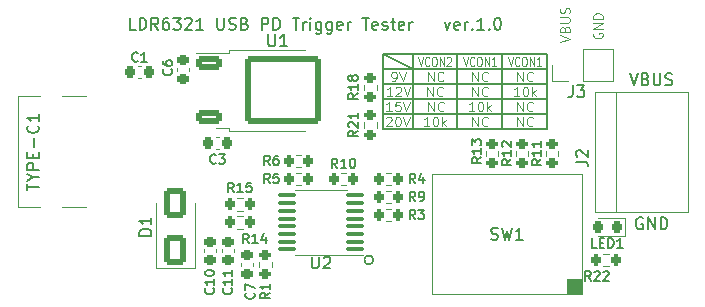
<source format=gto>
G04 #@! TF.GenerationSoftware,KiCad,Pcbnew,7.0.5-0*
G04 #@! TF.CreationDate,2023-05-30T07:39:27+09:00*
G04 #@! TF.ProjectId,LDR6321_PD_Decoy,4c445236-3332-4315-9f50-445f4465636f,0.5*
G04 #@! TF.SameCoordinates,Original*
G04 #@! TF.FileFunction,Legend,Top*
G04 #@! TF.FilePolarity,Positive*
%FSLAX46Y46*%
G04 Gerber Fmt 4.6, Leading zero omitted, Abs format (unit mm)*
G04 Created by KiCad (PCBNEW 7.0.5-0) date 2023-05-30 07:39:27*
%MOMM*%
%LPD*%
G01*
G04 APERTURE LIST*
G04 Aperture macros list*
%AMRoundRect*
0 Rectangle with rounded corners*
0 $1 Rounding radius*
0 $2 $3 $4 $5 $6 $7 $8 $9 X,Y pos of 4 corners*
0 Add a 4 corners polygon primitive as box body*
4,1,4,$2,$3,$4,$5,$6,$7,$8,$9,$2,$3,0*
0 Add four circle primitives for the rounded corners*
1,1,$1+$1,$2,$3*
1,1,$1+$1,$4,$5*
1,1,$1+$1,$6,$7*
1,1,$1+$1,$8,$9*
0 Add four rect primitives between the rounded corners*
20,1,$1+$1,$2,$3,$4,$5,0*
20,1,$1+$1,$4,$5,$6,$7,0*
20,1,$1+$1,$6,$7,$8,$9,0*
20,1,$1+$1,$8,$9,$2,$3,0*%
G04 Aperture macros list end*
%ADD10C,0.150000*%
%ADD11C,0.100000*%
%ADD12C,0.120000*%
%ADD13RoundRect,0.200000X-0.200000X-0.275000X0.200000X-0.275000X0.200000X0.275000X-0.200000X0.275000X0*%
%ADD14C,2.200000*%
%ADD15R,3.000000X3.000000*%
%ADD16C,3.000000*%
%ADD17RoundRect,0.250000X-0.850000X-0.350000X0.850000X-0.350000X0.850000X0.350000X-0.850000X0.350000X0*%
%ADD18RoundRect,0.249997X-2.950003X-2.650003X2.950003X-2.650003X2.950003X2.650003X-2.950003X2.650003X0*%
%ADD19RoundRect,0.225000X-0.225000X-0.250000X0.225000X-0.250000X0.225000X0.250000X-0.225000X0.250000X0*%
%ADD20RoundRect,0.218750X0.218750X0.256250X-0.218750X0.256250X-0.218750X-0.256250X0.218750X-0.256250X0*%
%ADD21RoundRect,0.225000X-0.250000X0.225000X-0.250000X-0.225000X0.250000X-0.225000X0.250000X0.225000X0*%
%ADD22RoundRect,0.200000X0.275000X-0.200000X0.275000X0.200000X-0.275000X0.200000X-0.275000X-0.200000X0*%
%ADD23RoundRect,0.200000X-0.275000X0.200000X-0.275000X-0.200000X0.275000X-0.200000X0.275000X0.200000X0*%
%ADD24RoundRect,0.100000X0.637500X0.100000X-0.637500X0.100000X-0.637500X-0.100000X0.637500X-0.100000X0*%
%ADD25R,1.700000X1.700000*%
%ADD26O,1.700000X1.700000*%
%ADD27RoundRect,0.200000X0.200000X0.275000X-0.200000X0.275000X-0.200000X-0.275000X0.200000X-0.275000X0*%
%ADD28R,1.600000X2.400000*%
%ADD29O,1.600000X2.400000*%
%ADD30RoundRect,0.250000X0.650000X-1.000000X0.650000X1.000000X-0.650000X1.000000X-0.650000X-1.000000X0*%
%ADD31C,0.650000*%
%ADD32R,1.450000X0.600000*%
%ADD33R,1.450000X0.300000*%
%ADD34O,2.100000X1.000000*%
%ADD35O,1.600000X1.000000*%
%ADD36RoundRect,0.225000X0.225000X0.250000X-0.225000X0.250000X-0.225000X-0.250000X0.225000X-0.250000X0*%
G04 APERTURE END LIST*
D10*
X139065000Y-67945000D02*
X139065000Y-74295000D01*
X146685000Y-67945000D02*
X132775000Y-67945000D01*
X146685000Y-74295000D02*
X146685000Y-67945000D01*
X132775000Y-67945000D02*
X132775000Y-74295000D01*
X132775000Y-71755000D02*
X146685000Y-71755000D01*
X142875000Y-67945000D02*
X142875000Y-74295000D01*
X132775000Y-74295000D02*
X146685000Y-74295000D01*
X135315000Y-67945000D02*
X135315000Y-74295000D01*
X146685000Y-70485000D02*
X132775000Y-70485000D01*
X131953000Y-85344000D02*
G75*
G03*
X131953000Y-85344000I-381000J0D01*
G01*
X146685000Y-73025000D02*
X132775000Y-73025000D01*
X132775000Y-69215000D02*
X146685000Y-69215000D01*
X132775000Y-67945000D02*
X135315000Y-69215000D01*
D11*
X136531429Y-71484895D02*
X136531429Y-70684895D01*
X136531429Y-70684895D02*
X136988572Y-71484895D01*
X136988572Y-71484895D02*
X136988572Y-70684895D01*
X137826667Y-71408704D02*
X137788571Y-71446800D01*
X137788571Y-71446800D02*
X137674286Y-71484895D01*
X137674286Y-71484895D02*
X137598095Y-71484895D01*
X137598095Y-71484895D02*
X137483809Y-71446800D01*
X137483809Y-71446800D02*
X137407619Y-71370609D01*
X137407619Y-71370609D02*
X137369524Y-71294419D01*
X137369524Y-71294419D02*
X137331428Y-71142038D01*
X137331428Y-71142038D02*
X137331428Y-71027752D01*
X137331428Y-71027752D02*
X137369524Y-70875371D01*
X137369524Y-70875371D02*
X137407619Y-70799180D01*
X137407619Y-70799180D02*
X137483809Y-70722990D01*
X137483809Y-70722990D02*
X137598095Y-70684895D01*
X137598095Y-70684895D02*
X137674286Y-70684895D01*
X137674286Y-70684895D02*
X137788571Y-70722990D01*
X137788571Y-70722990D02*
X137826667Y-70761085D01*
X144303809Y-71484895D02*
X143846666Y-71484895D01*
X144075238Y-71484895D02*
X144075238Y-70684895D01*
X144075238Y-70684895D02*
X143999047Y-70799180D01*
X143999047Y-70799180D02*
X143922857Y-70875371D01*
X143922857Y-70875371D02*
X143846666Y-70913466D01*
X144799048Y-70684895D02*
X144875238Y-70684895D01*
X144875238Y-70684895D02*
X144951429Y-70722990D01*
X144951429Y-70722990D02*
X144989524Y-70761085D01*
X144989524Y-70761085D02*
X145027619Y-70837276D01*
X145027619Y-70837276D02*
X145065714Y-70989657D01*
X145065714Y-70989657D02*
X145065714Y-71180133D01*
X145065714Y-71180133D02*
X145027619Y-71332514D01*
X145027619Y-71332514D02*
X144989524Y-71408704D01*
X144989524Y-71408704D02*
X144951429Y-71446800D01*
X144951429Y-71446800D02*
X144875238Y-71484895D01*
X144875238Y-71484895D02*
X144799048Y-71484895D01*
X144799048Y-71484895D02*
X144722857Y-71446800D01*
X144722857Y-71446800D02*
X144684762Y-71408704D01*
X144684762Y-71408704D02*
X144646667Y-71332514D01*
X144646667Y-71332514D02*
X144608571Y-71180133D01*
X144608571Y-71180133D02*
X144608571Y-70989657D01*
X144608571Y-70989657D02*
X144646667Y-70837276D01*
X144646667Y-70837276D02*
X144684762Y-70761085D01*
X144684762Y-70761085D02*
X144722857Y-70722990D01*
X144722857Y-70722990D02*
X144799048Y-70684895D01*
X145408572Y-71484895D02*
X145408572Y-70684895D01*
X145484762Y-71180133D02*
X145713334Y-71484895D01*
X145713334Y-70951561D02*
X145408572Y-71256323D01*
X133032618Y-73301085D02*
X133070714Y-73262990D01*
X133070714Y-73262990D02*
X133146904Y-73224895D01*
X133146904Y-73224895D02*
X133337380Y-73224895D01*
X133337380Y-73224895D02*
X133413571Y-73262990D01*
X133413571Y-73262990D02*
X133451666Y-73301085D01*
X133451666Y-73301085D02*
X133489761Y-73377276D01*
X133489761Y-73377276D02*
X133489761Y-73453466D01*
X133489761Y-73453466D02*
X133451666Y-73567752D01*
X133451666Y-73567752D02*
X132994523Y-74024895D01*
X132994523Y-74024895D02*
X133489761Y-74024895D01*
X133985000Y-73224895D02*
X134061190Y-73224895D01*
X134061190Y-73224895D02*
X134137381Y-73262990D01*
X134137381Y-73262990D02*
X134175476Y-73301085D01*
X134175476Y-73301085D02*
X134213571Y-73377276D01*
X134213571Y-73377276D02*
X134251666Y-73529657D01*
X134251666Y-73529657D02*
X134251666Y-73720133D01*
X134251666Y-73720133D02*
X134213571Y-73872514D01*
X134213571Y-73872514D02*
X134175476Y-73948704D01*
X134175476Y-73948704D02*
X134137381Y-73986800D01*
X134137381Y-73986800D02*
X134061190Y-74024895D01*
X134061190Y-74024895D02*
X133985000Y-74024895D01*
X133985000Y-74024895D02*
X133908809Y-73986800D01*
X133908809Y-73986800D02*
X133870714Y-73948704D01*
X133870714Y-73948704D02*
X133832619Y-73872514D01*
X133832619Y-73872514D02*
X133794523Y-73720133D01*
X133794523Y-73720133D02*
X133794523Y-73529657D01*
X133794523Y-73529657D02*
X133832619Y-73377276D01*
X133832619Y-73377276D02*
X133870714Y-73301085D01*
X133870714Y-73301085D02*
X133908809Y-73262990D01*
X133908809Y-73262990D02*
X133985000Y-73224895D01*
X134480238Y-73224895D02*
X134746905Y-74024895D01*
X134746905Y-74024895D02*
X135013571Y-73224895D01*
X140341429Y-71484895D02*
X140341429Y-70684895D01*
X140341429Y-70684895D02*
X140798572Y-71484895D01*
X140798572Y-71484895D02*
X140798572Y-70684895D01*
X141636667Y-71408704D02*
X141598571Y-71446800D01*
X141598571Y-71446800D02*
X141484286Y-71484895D01*
X141484286Y-71484895D02*
X141408095Y-71484895D01*
X141408095Y-71484895D02*
X141293809Y-71446800D01*
X141293809Y-71446800D02*
X141217619Y-71370609D01*
X141217619Y-71370609D02*
X141179524Y-71294419D01*
X141179524Y-71294419D02*
X141141428Y-71142038D01*
X141141428Y-71142038D02*
X141141428Y-71027752D01*
X141141428Y-71027752D02*
X141179524Y-70875371D01*
X141179524Y-70875371D02*
X141217619Y-70799180D01*
X141217619Y-70799180D02*
X141293809Y-70722990D01*
X141293809Y-70722990D02*
X141408095Y-70684895D01*
X141408095Y-70684895D02*
X141484286Y-70684895D01*
X141484286Y-70684895D02*
X141598571Y-70722990D01*
X141598571Y-70722990D02*
X141636667Y-70761085D01*
X144151429Y-74024895D02*
X144151429Y-73224895D01*
X144151429Y-73224895D02*
X144608572Y-74024895D01*
X144608572Y-74024895D02*
X144608572Y-73224895D01*
X145446667Y-73948704D02*
X145408571Y-73986800D01*
X145408571Y-73986800D02*
X145294286Y-74024895D01*
X145294286Y-74024895D02*
X145218095Y-74024895D01*
X145218095Y-74024895D02*
X145103809Y-73986800D01*
X145103809Y-73986800D02*
X145027619Y-73910609D01*
X145027619Y-73910609D02*
X144989524Y-73834419D01*
X144989524Y-73834419D02*
X144951428Y-73682038D01*
X144951428Y-73682038D02*
X144951428Y-73567752D01*
X144951428Y-73567752D02*
X144989524Y-73415371D01*
X144989524Y-73415371D02*
X145027619Y-73339180D01*
X145027619Y-73339180D02*
X145103809Y-73262990D01*
X145103809Y-73262990D02*
X145218095Y-73224895D01*
X145218095Y-73224895D02*
X145294286Y-73224895D01*
X145294286Y-73224895D02*
X145408571Y-73262990D01*
X145408571Y-73262990D02*
X145446667Y-73301085D01*
X144151429Y-70214895D02*
X144151429Y-69414895D01*
X144151429Y-69414895D02*
X144608572Y-70214895D01*
X144608572Y-70214895D02*
X144608572Y-69414895D01*
X145446667Y-70138704D02*
X145408571Y-70176800D01*
X145408571Y-70176800D02*
X145294286Y-70214895D01*
X145294286Y-70214895D02*
X145218095Y-70214895D01*
X145218095Y-70214895D02*
X145103809Y-70176800D01*
X145103809Y-70176800D02*
X145027619Y-70100609D01*
X145027619Y-70100609D02*
X144989524Y-70024419D01*
X144989524Y-70024419D02*
X144951428Y-69872038D01*
X144951428Y-69872038D02*
X144951428Y-69757752D01*
X144951428Y-69757752D02*
X144989524Y-69605371D01*
X144989524Y-69605371D02*
X145027619Y-69529180D01*
X145027619Y-69529180D02*
X145103809Y-69452990D01*
X145103809Y-69452990D02*
X145218095Y-69414895D01*
X145218095Y-69414895D02*
X145294286Y-69414895D01*
X145294286Y-69414895D02*
X145408571Y-69452990D01*
X145408571Y-69452990D02*
X145446667Y-69491085D01*
X135745714Y-68144895D02*
X135945714Y-68944895D01*
X135945714Y-68944895D02*
X136145714Y-68144895D01*
X136688572Y-68868704D02*
X136660000Y-68906800D01*
X136660000Y-68906800D02*
X136574286Y-68944895D01*
X136574286Y-68944895D02*
X136517143Y-68944895D01*
X136517143Y-68944895D02*
X136431429Y-68906800D01*
X136431429Y-68906800D02*
X136374286Y-68830609D01*
X136374286Y-68830609D02*
X136345715Y-68754419D01*
X136345715Y-68754419D02*
X136317143Y-68602038D01*
X136317143Y-68602038D02*
X136317143Y-68487752D01*
X136317143Y-68487752D02*
X136345715Y-68335371D01*
X136345715Y-68335371D02*
X136374286Y-68259180D01*
X136374286Y-68259180D02*
X136431429Y-68182990D01*
X136431429Y-68182990D02*
X136517143Y-68144895D01*
X136517143Y-68144895D02*
X136574286Y-68144895D01*
X136574286Y-68144895D02*
X136660000Y-68182990D01*
X136660000Y-68182990D02*
X136688572Y-68221085D01*
X137060000Y-68144895D02*
X137174286Y-68144895D01*
X137174286Y-68144895D02*
X137231429Y-68182990D01*
X137231429Y-68182990D02*
X137288572Y-68259180D01*
X137288572Y-68259180D02*
X137317143Y-68411561D01*
X137317143Y-68411561D02*
X137317143Y-68678228D01*
X137317143Y-68678228D02*
X137288572Y-68830609D01*
X137288572Y-68830609D02*
X137231429Y-68906800D01*
X137231429Y-68906800D02*
X137174286Y-68944895D01*
X137174286Y-68944895D02*
X137060000Y-68944895D01*
X137060000Y-68944895D02*
X137002858Y-68906800D01*
X137002858Y-68906800D02*
X136945715Y-68830609D01*
X136945715Y-68830609D02*
X136917143Y-68678228D01*
X136917143Y-68678228D02*
X136917143Y-68411561D01*
X136917143Y-68411561D02*
X136945715Y-68259180D01*
X136945715Y-68259180D02*
X137002858Y-68182990D01*
X137002858Y-68182990D02*
X137060000Y-68144895D01*
X137574286Y-68944895D02*
X137574286Y-68144895D01*
X137574286Y-68144895D02*
X137917143Y-68944895D01*
X137917143Y-68944895D02*
X137917143Y-68144895D01*
X138174285Y-68221085D02*
X138202857Y-68182990D01*
X138202857Y-68182990D02*
X138260000Y-68144895D01*
X138260000Y-68144895D02*
X138402857Y-68144895D01*
X138402857Y-68144895D02*
X138460000Y-68182990D01*
X138460000Y-68182990D02*
X138488571Y-68221085D01*
X138488571Y-68221085D02*
X138517142Y-68297276D01*
X138517142Y-68297276D02*
X138517142Y-68373466D01*
X138517142Y-68373466D02*
X138488571Y-68487752D01*
X138488571Y-68487752D02*
X138145714Y-68944895D01*
X138145714Y-68944895D02*
X138517142Y-68944895D01*
D10*
X154746095Y-81798438D02*
X154650857Y-81750819D01*
X154650857Y-81750819D02*
X154508000Y-81750819D01*
X154508000Y-81750819D02*
X154365143Y-81798438D01*
X154365143Y-81798438D02*
X154269905Y-81893676D01*
X154269905Y-81893676D02*
X154222286Y-81988914D01*
X154222286Y-81988914D02*
X154174667Y-82179390D01*
X154174667Y-82179390D02*
X154174667Y-82322247D01*
X154174667Y-82322247D02*
X154222286Y-82512723D01*
X154222286Y-82512723D02*
X154269905Y-82607961D01*
X154269905Y-82607961D02*
X154365143Y-82703200D01*
X154365143Y-82703200D02*
X154508000Y-82750819D01*
X154508000Y-82750819D02*
X154603238Y-82750819D01*
X154603238Y-82750819D02*
X154746095Y-82703200D01*
X154746095Y-82703200D02*
X154793714Y-82655580D01*
X154793714Y-82655580D02*
X154793714Y-82322247D01*
X154793714Y-82322247D02*
X154603238Y-82322247D01*
X155222286Y-82750819D02*
X155222286Y-81750819D01*
X155222286Y-81750819D02*
X155793714Y-82750819D01*
X155793714Y-82750819D02*
X155793714Y-81750819D01*
X156269905Y-82750819D02*
X156269905Y-81750819D01*
X156269905Y-81750819D02*
X156508000Y-81750819D01*
X156508000Y-81750819D02*
X156650857Y-81798438D01*
X156650857Y-81798438D02*
X156746095Y-81893676D01*
X156746095Y-81893676D02*
X156793714Y-81988914D01*
X156793714Y-81988914D02*
X156841333Y-82179390D01*
X156841333Y-82179390D02*
X156841333Y-82322247D01*
X156841333Y-82322247D02*
X156793714Y-82512723D01*
X156793714Y-82512723D02*
X156746095Y-82607961D01*
X156746095Y-82607961D02*
X156650857Y-82703200D01*
X156650857Y-82703200D02*
X156508000Y-82750819D01*
X156508000Y-82750819D02*
X156269905Y-82750819D01*
X153674667Y-69558819D02*
X154008000Y-70558819D01*
X154008000Y-70558819D02*
X154341333Y-69558819D01*
X155008000Y-70035009D02*
X155150857Y-70082628D01*
X155150857Y-70082628D02*
X155198476Y-70130247D01*
X155198476Y-70130247D02*
X155246095Y-70225485D01*
X155246095Y-70225485D02*
X155246095Y-70368342D01*
X155246095Y-70368342D02*
X155198476Y-70463580D01*
X155198476Y-70463580D02*
X155150857Y-70511200D01*
X155150857Y-70511200D02*
X155055619Y-70558819D01*
X155055619Y-70558819D02*
X154674667Y-70558819D01*
X154674667Y-70558819D02*
X154674667Y-69558819D01*
X154674667Y-69558819D02*
X155008000Y-69558819D01*
X155008000Y-69558819D02*
X155103238Y-69606438D01*
X155103238Y-69606438D02*
X155150857Y-69654057D01*
X155150857Y-69654057D02*
X155198476Y-69749295D01*
X155198476Y-69749295D02*
X155198476Y-69844533D01*
X155198476Y-69844533D02*
X155150857Y-69939771D01*
X155150857Y-69939771D02*
X155103238Y-69987390D01*
X155103238Y-69987390D02*
X155008000Y-70035009D01*
X155008000Y-70035009D02*
X154674667Y-70035009D01*
X155674667Y-69558819D02*
X155674667Y-70368342D01*
X155674667Y-70368342D02*
X155722286Y-70463580D01*
X155722286Y-70463580D02*
X155769905Y-70511200D01*
X155769905Y-70511200D02*
X155865143Y-70558819D01*
X155865143Y-70558819D02*
X156055619Y-70558819D01*
X156055619Y-70558819D02*
X156150857Y-70511200D01*
X156150857Y-70511200D02*
X156198476Y-70463580D01*
X156198476Y-70463580D02*
X156246095Y-70368342D01*
X156246095Y-70368342D02*
X156246095Y-69558819D01*
X156674667Y-70511200D02*
X156817524Y-70558819D01*
X156817524Y-70558819D02*
X157055619Y-70558819D01*
X157055619Y-70558819D02*
X157150857Y-70511200D01*
X157150857Y-70511200D02*
X157198476Y-70463580D01*
X157198476Y-70463580D02*
X157246095Y-70368342D01*
X157246095Y-70368342D02*
X157246095Y-70273104D01*
X157246095Y-70273104D02*
X157198476Y-70177866D01*
X157198476Y-70177866D02*
X157150857Y-70130247D01*
X157150857Y-70130247D02*
X157055619Y-70082628D01*
X157055619Y-70082628D02*
X156865143Y-70035009D01*
X156865143Y-70035009D02*
X156769905Y-69987390D01*
X156769905Y-69987390D02*
X156722286Y-69939771D01*
X156722286Y-69939771D02*
X156674667Y-69844533D01*
X156674667Y-69844533D02*
X156674667Y-69749295D01*
X156674667Y-69749295D02*
X156722286Y-69654057D01*
X156722286Y-69654057D02*
X156769905Y-69606438D01*
X156769905Y-69606438D02*
X156865143Y-69558819D01*
X156865143Y-69558819D02*
X157103238Y-69558819D01*
X157103238Y-69558819D02*
X157246095Y-69606438D01*
D11*
X136614398Y-72754895D02*
X136614398Y-71954895D01*
X136614398Y-71954895D02*
X137071541Y-72754895D01*
X137071541Y-72754895D02*
X137071541Y-71954895D01*
X137909636Y-72678704D02*
X137871540Y-72716800D01*
X137871540Y-72716800D02*
X137757255Y-72754895D01*
X137757255Y-72754895D02*
X137681064Y-72754895D01*
X137681064Y-72754895D02*
X137566778Y-72716800D01*
X137566778Y-72716800D02*
X137490588Y-72640609D01*
X137490588Y-72640609D02*
X137452493Y-72564419D01*
X137452493Y-72564419D02*
X137414397Y-72412038D01*
X137414397Y-72412038D02*
X137414397Y-72297752D01*
X137414397Y-72297752D02*
X137452493Y-72145371D01*
X137452493Y-72145371D02*
X137490588Y-72069180D01*
X137490588Y-72069180D02*
X137566778Y-71992990D01*
X137566778Y-71992990D02*
X137681064Y-71954895D01*
X137681064Y-71954895D02*
X137757255Y-71954895D01*
X137757255Y-71954895D02*
X137871540Y-71992990D01*
X137871540Y-71992990D02*
X137909636Y-72031085D01*
X136683809Y-74024895D02*
X136226666Y-74024895D01*
X136455238Y-74024895D02*
X136455238Y-73224895D01*
X136455238Y-73224895D02*
X136379047Y-73339180D01*
X136379047Y-73339180D02*
X136302857Y-73415371D01*
X136302857Y-73415371D02*
X136226666Y-73453466D01*
X137179048Y-73224895D02*
X137255238Y-73224895D01*
X137255238Y-73224895D02*
X137331429Y-73262990D01*
X137331429Y-73262990D02*
X137369524Y-73301085D01*
X137369524Y-73301085D02*
X137407619Y-73377276D01*
X137407619Y-73377276D02*
X137445714Y-73529657D01*
X137445714Y-73529657D02*
X137445714Y-73720133D01*
X137445714Y-73720133D02*
X137407619Y-73872514D01*
X137407619Y-73872514D02*
X137369524Y-73948704D01*
X137369524Y-73948704D02*
X137331429Y-73986800D01*
X137331429Y-73986800D02*
X137255238Y-74024895D01*
X137255238Y-74024895D02*
X137179048Y-74024895D01*
X137179048Y-74024895D02*
X137102857Y-73986800D01*
X137102857Y-73986800D02*
X137064762Y-73948704D01*
X137064762Y-73948704D02*
X137026667Y-73872514D01*
X137026667Y-73872514D02*
X136988571Y-73720133D01*
X136988571Y-73720133D02*
X136988571Y-73529657D01*
X136988571Y-73529657D02*
X137026667Y-73377276D01*
X137026667Y-73377276D02*
X137064762Y-73301085D01*
X137064762Y-73301085D02*
X137102857Y-73262990D01*
X137102857Y-73262990D02*
X137179048Y-73224895D01*
X137788572Y-74024895D02*
X137788572Y-73224895D01*
X137864762Y-73720133D02*
X138093334Y-74024895D01*
X138093334Y-73491561D02*
X137788572Y-73796323D01*
X147773895Y-66871666D02*
X148573895Y-66604999D01*
X148573895Y-66604999D02*
X147773895Y-66338333D01*
X148154847Y-65805000D02*
X148192942Y-65690714D01*
X148192942Y-65690714D02*
X148231038Y-65652619D01*
X148231038Y-65652619D02*
X148307228Y-65614523D01*
X148307228Y-65614523D02*
X148421514Y-65614523D01*
X148421514Y-65614523D02*
X148497704Y-65652619D01*
X148497704Y-65652619D02*
X148535800Y-65690714D01*
X148535800Y-65690714D02*
X148573895Y-65766904D01*
X148573895Y-65766904D02*
X148573895Y-66071666D01*
X148573895Y-66071666D02*
X147773895Y-66071666D01*
X147773895Y-66071666D02*
X147773895Y-65805000D01*
X147773895Y-65805000D02*
X147811990Y-65728809D01*
X147811990Y-65728809D02*
X147850085Y-65690714D01*
X147850085Y-65690714D02*
X147926276Y-65652619D01*
X147926276Y-65652619D02*
X148002466Y-65652619D01*
X148002466Y-65652619D02*
X148078657Y-65690714D01*
X148078657Y-65690714D02*
X148116752Y-65728809D01*
X148116752Y-65728809D02*
X148154847Y-65805000D01*
X148154847Y-65805000D02*
X148154847Y-66071666D01*
X147773895Y-65271666D02*
X148421514Y-65271666D01*
X148421514Y-65271666D02*
X148497704Y-65233571D01*
X148497704Y-65233571D02*
X148535800Y-65195476D01*
X148535800Y-65195476D02*
X148573895Y-65119285D01*
X148573895Y-65119285D02*
X148573895Y-64966904D01*
X148573895Y-64966904D02*
X148535800Y-64890714D01*
X148535800Y-64890714D02*
X148497704Y-64852619D01*
X148497704Y-64852619D02*
X148421514Y-64814523D01*
X148421514Y-64814523D02*
X147773895Y-64814523D01*
X148535800Y-64471667D02*
X148573895Y-64357381D01*
X148573895Y-64357381D02*
X148573895Y-64166905D01*
X148573895Y-64166905D02*
X148535800Y-64090714D01*
X148535800Y-64090714D02*
X148497704Y-64052619D01*
X148497704Y-64052619D02*
X148421514Y-64014524D01*
X148421514Y-64014524D02*
X148345323Y-64014524D01*
X148345323Y-64014524D02*
X148269133Y-64052619D01*
X148269133Y-64052619D02*
X148231038Y-64090714D01*
X148231038Y-64090714D02*
X148192942Y-64166905D01*
X148192942Y-64166905D02*
X148154847Y-64319286D01*
X148154847Y-64319286D02*
X148116752Y-64395476D01*
X148116752Y-64395476D02*
X148078657Y-64433571D01*
X148078657Y-64433571D02*
X148002466Y-64471667D01*
X148002466Y-64471667D02*
X147926276Y-64471667D01*
X147926276Y-64471667D02*
X147850085Y-64433571D01*
X147850085Y-64433571D02*
X147811990Y-64395476D01*
X147811990Y-64395476D02*
X147773895Y-64319286D01*
X147773895Y-64319286D02*
X147773895Y-64128809D01*
X147773895Y-64128809D02*
X147811990Y-64014524D01*
X140341429Y-70214895D02*
X140341429Y-69414895D01*
X140341429Y-69414895D02*
X140798572Y-70214895D01*
X140798572Y-70214895D02*
X140798572Y-69414895D01*
X141636667Y-70138704D02*
X141598571Y-70176800D01*
X141598571Y-70176800D02*
X141484286Y-70214895D01*
X141484286Y-70214895D02*
X141408095Y-70214895D01*
X141408095Y-70214895D02*
X141293809Y-70176800D01*
X141293809Y-70176800D02*
X141217619Y-70100609D01*
X141217619Y-70100609D02*
X141179524Y-70024419D01*
X141179524Y-70024419D02*
X141141428Y-69872038D01*
X141141428Y-69872038D02*
X141141428Y-69757752D01*
X141141428Y-69757752D02*
X141179524Y-69605371D01*
X141179524Y-69605371D02*
X141217619Y-69529180D01*
X141217619Y-69529180D02*
X141293809Y-69452990D01*
X141293809Y-69452990D02*
X141408095Y-69414895D01*
X141408095Y-69414895D02*
X141484286Y-69414895D01*
X141484286Y-69414895D02*
X141598571Y-69452990D01*
X141598571Y-69452990D02*
X141636667Y-69491085D01*
X133549761Y-71484895D02*
X133092618Y-71484895D01*
X133321190Y-71484895D02*
X133321190Y-70684895D01*
X133321190Y-70684895D02*
X133244999Y-70799180D01*
X133244999Y-70799180D02*
X133168809Y-70875371D01*
X133168809Y-70875371D02*
X133092618Y-70913466D01*
X133854523Y-70761085D02*
X133892619Y-70722990D01*
X133892619Y-70722990D02*
X133968809Y-70684895D01*
X133968809Y-70684895D02*
X134159285Y-70684895D01*
X134159285Y-70684895D02*
X134235476Y-70722990D01*
X134235476Y-70722990D02*
X134273571Y-70761085D01*
X134273571Y-70761085D02*
X134311666Y-70837276D01*
X134311666Y-70837276D02*
X134311666Y-70913466D01*
X134311666Y-70913466D02*
X134273571Y-71027752D01*
X134273571Y-71027752D02*
X133816428Y-71484895D01*
X133816428Y-71484895D02*
X134311666Y-71484895D01*
X134540238Y-70684895D02*
X134806905Y-71484895D01*
X134806905Y-71484895D02*
X135073571Y-70684895D01*
X133489761Y-72754895D02*
X133032618Y-72754895D01*
X133261190Y-72754895D02*
X133261190Y-71954895D01*
X133261190Y-71954895D02*
X133184999Y-72069180D01*
X133184999Y-72069180D02*
X133108809Y-72145371D01*
X133108809Y-72145371D02*
X133032618Y-72183466D01*
X134213571Y-71954895D02*
X133832619Y-71954895D01*
X133832619Y-71954895D02*
X133794523Y-72335847D01*
X133794523Y-72335847D02*
X133832619Y-72297752D01*
X133832619Y-72297752D02*
X133908809Y-72259657D01*
X133908809Y-72259657D02*
X134099285Y-72259657D01*
X134099285Y-72259657D02*
X134175476Y-72297752D01*
X134175476Y-72297752D02*
X134213571Y-72335847D01*
X134213571Y-72335847D02*
X134251666Y-72412038D01*
X134251666Y-72412038D02*
X134251666Y-72602514D01*
X134251666Y-72602514D02*
X134213571Y-72678704D01*
X134213571Y-72678704D02*
X134175476Y-72716800D01*
X134175476Y-72716800D02*
X134099285Y-72754895D01*
X134099285Y-72754895D02*
X133908809Y-72754895D01*
X133908809Y-72754895D02*
X133832619Y-72716800D01*
X133832619Y-72716800D02*
X133794523Y-72678704D01*
X134480238Y-71954895D02*
X134746905Y-72754895D01*
X134746905Y-72754895D02*
X135013571Y-71954895D01*
X139555714Y-68144895D02*
X139755714Y-68944895D01*
X139755714Y-68944895D02*
X139955714Y-68144895D01*
X140498572Y-68868704D02*
X140470000Y-68906800D01*
X140470000Y-68906800D02*
X140384286Y-68944895D01*
X140384286Y-68944895D02*
X140327143Y-68944895D01*
X140327143Y-68944895D02*
X140241429Y-68906800D01*
X140241429Y-68906800D02*
X140184286Y-68830609D01*
X140184286Y-68830609D02*
X140155715Y-68754419D01*
X140155715Y-68754419D02*
X140127143Y-68602038D01*
X140127143Y-68602038D02*
X140127143Y-68487752D01*
X140127143Y-68487752D02*
X140155715Y-68335371D01*
X140155715Y-68335371D02*
X140184286Y-68259180D01*
X140184286Y-68259180D02*
X140241429Y-68182990D01*
X140241429Y-68182990D02*
X140327143Y-68144895D01*
X140327143Y-68144895D02*
X140384286Y-68144895D01*
X140384286Y-68144895D02*
X140470000Y-68182990D01*
X140470000Y-68182990D02*
X140498572Y-68221085D01*
X140870000Y-68144895D02*
X140984286Y-68144895D01*
X140984286Y-68144895D02*
X141041429Y-68182990D01*
X141041429Y-68182990D02*
X141098572Y-68259180D01*
X141098572Y-68259180D02*
X141127143Y-68411561D01*
X141127143Y-68411561D02*
X141127143Y-68678228D01*
X141127143Y-68678228D02*
X141098572Y-68830609D01*
X141098572Y-68830609D02*
X141041429Y-68906800D01*
X141041429Y-68906800D02*
X140984286Y-68944895D01*
X140984286Y-68944895D02*
X140870000Y-68944895D01*
X140870000Y-68944895D02*
X140812858Y-68906800D01*
X140812858Y-68906800D02*
X140755715Y-68830609D01*
X140755715Y-68830609D02*
X140727143Y-68678228D01*
X140727143Y-68678228D02*
X140727143Y-68411561D01*
X140727143Y-68411561D02*
X140755715Y-68259180D01*
X140755715Y-68259180D02*
X140812858Y-68182990D01*
X140812858Y-68182990D02*
X140870000Y-68144895D01*
X141384286Y-68944895D02*
X141384286Y-68144895D01*
X141384286Y-68144895D02*
X141727143Y-68944895D01*
X141727143Y-68944895D02*
X141727143Y-68144895D01*
X142327142Y-68944895D02*
X141984285Y-68944895D01*
X142155714Y-68944895D02*
X142155714Y-68144895D01*
X142155714Y-68144895D02*
X142098571Y-68259180D01*
X142098571Y-68259180D02*
X142041428Y-68335371D01*
X142041428Y-68335371D02*
X141984285Y-68373466D01*
X140341429Y-74024895D02*
X140341429Y-73224895D01*
X140341429Y-73224895D02*
X140798572Y-74024895D01*
X140798572Y-74024895D02*
X140798572Y-73224895D01*
X141636667Y-73948704D02*
X141598571Y-73986800D01*
X141598571Y-73986800D02*
X141484286Y-74024895D01*
X141484286Y-74024895D02*
X141408095Y-74024895D01*
X141408095Y-74024895D02*
X141293809Y-73986800D01*
X141293809Y-73986800D02*
X141217619Y-73910609D01*
X141217619Y-73910609D02*
X141179524Y-73834419D01*
X141179524Y-73834419D02*
X141141428Y-73682038D01*
X141141428Y-73682038D02*
X141141428Y-73567752D01*
X141141428Y-73567752D02*
X141179524Y-73415371D01*
X141179524Y-73415371D02*
X141217619Y-73339180D01*
X141217619Y-73339180D02*
X141293809Y-73262990D01*
X141293809Y-73262990D02*
X141408095Y-73224895D01*
X141408095Y-73224895D02*
X141484286Y-73224895D01*
X141484286Y-73224895D02*
X141598571Y-73262990D01*
X141598571Y-73262990D02*
X141636667Y-73301085D01*
D10*
X137990238Y-65193152D02*
X138228333Y-65859819D01*
X138228333Y-65859819D02*
X138466428Y-65193152D01*
X139228333Y-65812200D02*
X139133095Y-65859819D01*
X139133095Y-65859819D02*
X138942619Y-65859819D01*
X138942619Y-65859819D02*
X138847381Y-65812200D01*
X138847381Y-65812200D02*
X138799762Y-65716961D01*
X138799762Y-65716961D02*
X138799762Y-65336009D01*
X138799762Y-65336009D02*
X138847381Y-65240771D01*
X138847381Y-65240771D02*
X138942619Y-65193152D01*
X138942619Y-65193152D02*
X139133095Y-65193152D01*
X139133095Y-65193152D02*
X139228333Y-65240771D01*
X139228333Y-65240771D02*
X139275952Y-65336009D01*
X139275952Y-65336009D02*
X139275952Y-65431247D01*
X139275952Y-65431247D02*
X138799762Y-65526485D01*
X139704524Y-65859819D02*
X139704524Y-65193152D01*
X139704524Y-65383628D02*
X139752143Y-65288390D01*
X139752143Y-65288390D02*
X139799762Y-65240771D01*
X139799762Y-65240771D02*
X139895000Y-65193152D01*
X139895000Y-65193152D02*
X139990238Y-65193152D01*
X140323572Y-65764580D02*
X140371191Y-65812200D01*
X140371191Y-65812200D02*
X140323572Y-65859819D01*
X140323572Y-65859819D02*
X140275953Y-65812200D01*
X140275953Y-65812200D02*
X140323572Y-65764580D01*
X140323572Y-65764580D02*
X140323572Y-65859819D01*
X141323571Y-65859819D02*
X140752143Y-65859819D01*
X141037857Y-65859819D02*
X141037857Y-64859819D01*
X141037857Y-64859819D02*
X140942619Y-65002676D01*
X140942619Y-65002676D02*
X140847381Y-65097914D01*
X140847381Y-65097914D02*
X140752143Y-65145533D01*
X141752143Y-65764580D02*
X141799762Y-65812200D01*
X141799762Y-65812200D02*
X141752143Y-65859819D01*
X141752143Y-65859819D02*
X141704524Y-65812200D01*
X141704524Y-65812200D02*
X141752143Y-65764580D01*
X141752143Y-65764580D02*
X141752143Y-65859819D01*
X142418809Y-64859819D02*
X142514047Y-64859819D01*
X142514047Y-64859819D02*
X142609285Y-64907438D01*
X142609285Y-64907438D02*
X142656904Y-64955057D01*
X142656904Y-64955057D02*
X142704523Y-65050295D01*
X142704523Y-65050295D02*
X142752142Y-65240771D01*
X142752142Y-65240771D02*
X142752142Y-65478866D01*
X142752142Y-65478866D02*
X142704523Y-65669342D01*
X142704523Y-65669342D02*
X142656904Y-65764580D01*
X142656904Y-65764580D02*
X142609285Y-65812200D01*
X142609285Y-65812200D02*
X142514047Y-65859819D01*
X142514047Y-65859819D02*
X142418809Y-65859819D01*
X142418809Y-65859819D02*
X142323571Y-65812200D01*
X142323571Y-65812200D02*
X142275952Y-65764580D01*
X142275952Y-65764580D02*
X142228333Y-65669342D01*
X142228333Y-65669342D02*
X142180714Y-65478866D01*
X142180714Y-65478866D02*
X142180714Y-65240771D01*
X142180714Y-65240771D02*
X142228333Y-65050295D01*
X142228333Y-65050295D02*
X142275952Y-64955057D01*
X142275952Y-64955057D02*
X142323571Y-64907438D01*
X142323571Y-64907438D02*
X142418809Y-64859819D01*
D11*
X133549762Y-70214895D02*
X133702143Y-70214895D01*
X133702143Y-70214895D02*
X133778333Y-70176800D01*
X133778333Y-70176800D02*
X133816429Y-70138704D01*
X133816429Y-70138704D02*
X133892619Y-70024419D01*
X133892619Y-70024419D02*
X133930714Y-69872038D01*
X133930714Y-69872038D02*
X133930714Y-69567276D01*
X133930714Y-69567276D02*
X133892619Y-69491085D01*
X133892619Y-69491085D02*
X133854524Y-69452990D01*
X133854524Y-69452990D02*
X133778333Y-69414895D01*
X133778333Y-69414895D02*
X133625952Y-69414895D01*
X133625952Y-69414895D02*
X133549762Y-69452990D01*
X133549762Y-69452990D02*
X133511667Y-69491085D01*
X133511667Y-69491085D02*
X133473571Y-69567276D01*
X133473571Y-69567276D02*
X133473571Y-69757752D01*
X133473571Y-69757752D02*
X133511667Y-69833942D01*
X133511667Y-69833942D02*
X133549762Y-69872038D01*
X133549762Y-69872038D02*
X133625952Y-69910133D01*
X133625952Y-69910133D02*
X133778333Y-69910133D01*
X133778333Y-69910133D02*
X133854524Y-69872038D01*
X133854524Y-69872038D02*
X133892619Y-69833942D01*
X133892619Y-69833942D02*
X133930714Y-69757752D01*
X134159286Y-69414895D02*
X134425953Y-70214895D01*
X134425953Y-70214895D02*
X134692619Y-69414895D01*
X136591429Y-70214895D02*
X136591429Y-69414895D01*
X136591429Y-69414895D02*
X137048572Y-70214895D01*
X137048572Y-70214895D02*
X137048572Y-69414895D01*
X137886667Y-70138704D02*
X137848571Y-70176800D01*
X137848571Y-70176800D02*
X137734286Y-70214895D01*
X137734286Y-70214895D02*
X137658095Y-70214895D01*
X137658095Y-70214895D02*
X137543809Y-70176800D01*
X137543809Y-70176800D02*
X137467619Y-70100609D01*
X137467619Y-70100609D02*
X137429524Y-70024419D01*
X137429524Y-70024419D02*
X137391428Y-69872038D01*
X137391428Y-69872038D02*
X137391428Y-69757752D01*
X137391428Y-69757752D02*
X137429524Y-69605371D01*
X137429524Y-69605371D02*
X137467619Y-69529180D01*
X137467619Y-69529180D02*
X137543809Y-69452990D01*
X137543809Y-69452990D02*
X137658095Y-69414895D01*
X137658095Y-69414895D02*
X137734286Y-69414895D01*
X137734286Y-69414895D02*
X137848571Y-69452990D01*
X137848571Y-69452990D02*
X137886667Y-69491085D01*
X144151429Y-72754895D02*
X144151429Y-71954895D01*
X144151429Y-71954895D02*
X144608572Y-72754895D01*
X144608572Y-72754895D02*
X144608572Y-71954895D01*
X145446667Y-72678704D02*
X145408571Y-72716800D01*
X145408571Y-72716800D02*
X145294286Y-72754895D01*
X145294286Y-72754895D02*
X145218095Y-72754895D01*
X145218095Y-72754895D02*
X145103809Y-72716800D01*
X145103809Y-72716800D02*
X145027619Y-72640609D01*
X145027619Y-72640609D02*
X144989524Y-72564419D01*
X144989524Y-72564419D02*
X144951428Y-72412038D01*
X144951428Y-72412038D02*
X144951428Y-72297752D01*
X144951428Y-72297752D02*
X144989524Y-72145371D01*
X144989524Y-72145371D02*
X145027619Y-72069180D01*
X145027619Y-72069180D02*
X145103809Y-71992990D01*
X145103809Y-71992990D02*
X145218095Y-71954895D01*
X145218095Y-71954895D02*
X145294286Y-71954895D01*
X145294286Y-71954895D02*
X145408571Y-71992990D01*
X145408571Y-71992990D02*
X145446667Y-72031085D01*
D10*
X111821426Y-65859819D02*
X111345236Y-65859819D01*
X111345236Y-65859819D02*
X111345236Y-64859819D01*
X112154760Y-65859819D02*
X112154760Y-64859819D01*
X112154760Y-64859819D02*
X112392855Y-64859819D01*
X112392855Y-64859819D02*
X112535712Y-64907438D01*
X112535712Y-64907438D02*
X112630950Y-65002676D01*
X112630950Y-65002676D02*
X112678569Y-65097914D01*
X112678569Y-65097914D02*
X112726188Y-65288390D01*
X112726188Y-65288390D02*
X112726188Y-65431247D01*
X112726188Y-65431247D02*
X112678569Y-65621723D01*
X112678569Y-65621723D02*
X112630950Y-65716961D01*
X112630950Y-65716961D02*
X112535712Y-65812200D01*
X112535712Y-65812200D02*
X112392855Y-65859819D01*
X112392855Y-65859819D02*
X112154760Y-65859819D01*
X113726188Y-65859819D02*
X113392855Y-65383628D01*
X113154760Y-65859819D02*
X113154760Y-64859819D01*
X113154760Y-64859819D02*
X113535712Y-64859819D01*
X113535712Y-64859819D02*
X113630950Y-64907438D01*
X113630950Y-64907438D02*
X113678569Y-64955057D01*
X113678569Y-64955057D02*
X113726188Y-65050295D01*
X113726188Y-65050295D02*
X113726188Y-65193152D01*
X113726188Y-65193152D02*
X113678569Y-65288390D01*
X113678569Y-65288390D02*
X113630950Y-65336009D01*
X113630950Y-65336009D02*
X113535712Y-65383628D01*
X113535712Y-65383628D02*
X113154760Y-65383628D01*
X114583331Y-64859819D02*
X114392855Y-64859819D01*
X114392855Y-64859819D02*
X114297617Y-64907438D01*
X114297617Y-64907438D02*
X114249998Y-64955057D01*
X114249998Y-64955057D02*
X114154760Y-65097914D01*
X114154760Y-65097914D02*
X114107141Y-65288390D01*
X114107141Y-65288390D02*
X114107141Y-65669342D01*
X114107141Y-65669342D02*
X114154760Y-65764580D01*
X114154760Y-65764580D02*
X114202379Y-65812200D01*
X114202379Y-65812200D02*
X114297617Y-65859819D01*
X114297617Y-65859819D02*
X114488093Y-65859819D01*
X114488093Y-65859819D02*
X114583331Y-65812200D01*
X114583331Y-65812200D02*
X114630950Y-65764580D01*
X114630950Y-65764580D02*
X114678569Y-65669342D01*
X114678569Y-65669342D02*
X114678569Y-65431247D01*
X114678569Y-65431247D02*
X114630950Y-65336009D01*
X114630950Y-65336009D02*
X114583331Y-65288390D01*
X114583331Y-65288390D02*
X114488093Y-65240771D01*
X114488093Y-65240771D02*
X114297617Y-65240771D01*
X114297617Y-65240771D02*
X114202379Y-65288390D01*
X114202379Y-65288390D02*
X114154760Y-65336009D01*
X114154760Y-65336009D02*
X114107141Y-65431247D01*
X115011903Y-64859819D02*
X115630950Y-64859819D01*
X115630950Y-64859819D02*
X115297617Y-65240771D01*
X115297617Y-65240771D02*
X115440474Y-65240771D01*
X115440474Y-65240771D02*
X115535712Y-65288390D01*
X115535712Y-65288390D02*
X115583331Y-65336009D01*
X115583331Y-65336009D02*
X115630950Y-65431247D01*
X115630950Y-65431247D02*
X115630950Y-65669342D01*
X115630950Y-65669342D02*
X115583331Y-65764580D01*
X115583331Y-65764580D02*
X115535712Y-65812200D01*
X115535712Y-65812200D02*
X115440474Y-65859819D01*
X115440474Y-65859819D02*
X115154760Y-65859819D01*
X115154760Y-65859819D02*
X115059522Y-65812200D01*
X115059522Y-65812200D02*
X115011903Y-65764580D01*
X116011903Y-64955057D02*
X116059522Y-64907438D01*
X116059522Y-64907438D02*
X116154760Y-64859819D01*
X116154760Y-64859819D02*
X116392855Y-64859819D01*
X116392855Y-64859819D02*
X116488093Y-64907438D01*
X116488093Y-64907438D02*
X116535712Y-64955057D01*
X116535712Y-64955057D02*
X116583331Y-65050295D01*
X116583331Y-65050295D02*
X116583331Y-65145533D01*
X116583331Y-65145533D02*
X116535712Y-65288390D01*
X116535712Y-65288390D02*
X115964284Y-65859819D01*
X115964284Y-65859819D02*
X116583331Y-65859819D01*
X117535712Y-65859819D02*
X116964284Y-65859819D01*
X117249998Y-65859819D02*
X117249998Y-64859819D01*
X117249998Y-64859819D02*
X117154760Y-65002676D01*
X117154760Y-65002676D02*
X117059522Y-65097914D01*
X117059522Y-65097914D02*
X116964284Y-65145533D01*
X118726189Y-64859819D02*
X118726189Y-65669342D01*
X118726189Y-65669342D02*
X118773808Y-65764580D01*
X118773808Y-65764580D02*
X118821427Y-65812200D01*
X118821427Y-65812200D02*
X118916665Y-65859819D01*
X118916665Y-65859819D02*
X119107141Y-65859819D01*
X119107141Y-65859819D02*
X119202379Y-65812200D01*
X119202379Y-65812200D02*
X119249998Y-65764580D01*
X119249998Y-65764580D02*
X119297617Y-65669342D01*
X119297617Y-65669342D02*
X119297617Y-64859819D01*
X119726189Y-65812200D02*
X119869046Y-65859819D01*
X119869046Y-65859819D02*
X120107141Y-65859819D01*
X120107141Y-65859819D02*
X120202379Y-65812200D01*
X120202379Y-65812200D02*
X120249998Y-65764580D01*
X120249998Y-65764580D02*
X120297617Y-65669342D01*
X120297617Y-65669342D02*
X120297617Y-65574104D01*
X120297617Y-65574104D02*
X120249998Y-65478866D01*
X120249998Y-65478866D02*
X120202379Y-65431247D01*
X120202379Y-65431247D02*
X120107141Y-65383628D01*
X120107141Y-65383628D02*
X119916665Y-65336009D01*
X119916665Y-65336009D02*
X119821427Y-65288390D01*
X119821427Y-65288390D02*
X119773808Y-65240771D01*
X119773808Y-65240771D02*
X119726189Y-65145533D01*
X119726189Y-65145533D02*
X119726189Y-65050295D01*
X119726189Y-65050295D02*
X119773808Y-64955057D01*
X119773808Y-64955057D02*
X119821427Y-64907438D01*
X119821427Y-64907438D02*
X119916665Y-64859819D01*
X119916665Y-64859819D02*
X120154760Y-64859819D01*
X120154760Y-64859819D02*
X120297617Y-64907438D01*
X121059522Y-65336009D02*
X121202379Y-65383628D01*
X121202379Y-65383628D02*
X121249998Y-65431247D01*
X121249998Y-65431247D02*
X121297617Y-65526485D01*
X121297617Y-65526485D02*
X121297617Y-65669342D01*
X121297617Y-65669342D02*
X121249998Y-65764580D01*
X121249998Y-65764580D02*
X121202379Y-65812200D01*
X121202379Y-65812200D02*
X121107141Y-65859819D01*
X121107141Y-65859819D02*
X120726189Y-65859819D01*
X120726189Y-65859819D02*
X120726189Y-64859819D01*
X120726189Y-64859819D02*
X121059522Y-64859819D01*
X121059522Y-64859819D02*
X121154760Y-64907438D01*
X121154760Y-64907438D02*
X121202379Y-64955057D01*
X121202379Y-64955057D02*
X121249998Y-65050295D01*
X121249998Y-65050295D02*
X121249998Y-65145533D01*
X121249998Y-65145533D02*
X121202379Y-65240771D01*
X121202379Y-65240771D02*
X121154760Y-65288390D01*
X121154760Y-65288390D02*
X121059522Y-65336009D01*
X121059522Y-65336009D02*
X120726189Y-65336009D01*
X122488094Y-65859819D02*
X122488094Y-64859819D01*
X122488094Y-64859819D02*
X122869046Y-64859819D01*
X122869046Y-64859819D02*
X122964284Y-64907438D01*
X122964284Y-64907438D02*
X123011903Y-64955057D01*
X123011903Y-64955057D02*
X123059522Y-65050295D01*
X123059522Y-65050295D02*
X123059522Y-65193152D01*
X123059522Y-65193152D02*
X123011903Y-65288390D01*
X123011903Y-65288390D02*
X122964284Y-65336009D01*
X122964284Y-65336009D02*
X122869046Y-65383628D01*
X122869046Y-65383628D02*
X122488094Y-65383628D01*
X123488094Y-65859819D02*
X123488094Y-64859819D01*
X123488094Y-64859819D02*
X123726189Y-64859819D01*
X123726189Y-64859819D02*
X123869046Y-64907438D01*
X123869046Y-64907438D02*
X123964284Y-65002676D01*
X123964284Y-65002676D02*
X124011903Y-65097914D01*
X124011903Y-65097914D02*
X124059522Y-65288390D01*
X124059522Y-65288390D02*
X124059522Y-65431247D01*
X124059522Y-65431247D02*
X124011903Y-65621723D01*
X124011903Y-65621723D02*
X123964284Y-65716961D01*
X123964284Y-65716961D02*
X123869046Y-65812200D01*
X123869046Y-65812200D02*
X123726189Y-65859819D01*
X123726189Y-65859819D02*
X123488094Y-65859819D01*
X125107142Y-64859819D02*
X125678570Y-64859819D01*
X125392856Y-65859819D02*
X125392856Y-64859819D01*
X126011904Y-65859819D02*
X126011904Y-65193152D01*
X126011904Y-65383628D02*
X126059523Y-65288390D01*
X126059523Y-65288390D02*
X126107142Y-65240771D01*
X126107142Y-65240771D02*
X126202380Y-65193152D01*
X126202380Y-65193152D02*
X126297618Y-65193152D01*
X126630952Y-65859819D02*
X126630952Y-65193152D01*
X126630952Y-64859819D02*
X126583333Y-64907438D01*
X126583333Y-64907438D02*
X126630952Y-64955057D01*
X126630952Y-64955057D02*
X126678571Y-64907438D01*
X126678571Y-64907438D02*
X126630952Y-64859819D01*
X126630952Y-64859819D02*
X126630952Y-64955057D01*
X127535713Y-65193152D02*
X127535713Y-66002676D01*
X127535713Y-66002676D02*
X127488094Y-66097914D01*
X127488094Y-66097914D02*
X127440475Y-66145533D01*
X127440475Y-66145533D02*
X127345237Y-66193152D01*
X127345237Y-66193152D02*
X127202380Y-66193152D01*
X127202380Y-66193152D02*
X127107142Y-66145533D01*
X127535713Y-65812200D02*
X127440475Y-65859819D01*
X127440475Y-65859819D02*
X127249999Y-65859819D01*
X127249999Y-65859819D02*
X127154761Y-65812200D01*
X127154761Y-65812200D02*
X127107142Y-65764580D01*
X127107142Y-65764580D02*
X127059523Y-65669342D01*
X127059523Y-65669342D02*
X127059523Y-65383628D01*
X127059523Y-65383628D02*
X127107142Y-65288390D01*
X127107142Y-65288390D02*
X127154761Y-65240771D01*
X127154761Y-65240771D02*
X127249999Y-65193152D01*
X127249999Y-65193152D02*
X127440475Y-65193152D01*
X127440475Y-65193152D02*
X127535713Y-65240771D01*
X128440475Y-65193152D02*
X128440475Y-66002676D01*
X128440475Y-66002676D02*
X128392856Y-66097914D01*
X128392856Y-66097914D02*
X128345237Y-66145533D01*
X128345237Y-66145533D02*
X128249999Y-66193152D01*
X128249999Y-66193152D02*
X128107142Y-66193152D01*
X128107142Y-66193152D02*
X128011904Y-66145533D01*
X128440475Y-65812200D02*
X128345237Y-65859819D01*
X128345237Y-65859819D02*
X128154761Y-65859819D01*
X128154761Y-65859819D02*
X128059523Y-65812200D01*
X128059523Y-65812200D02*
X128011904Y-65764580D01*
X128011904Y-65764580D02*
X127964285Y-65669342D01*
X127964285Y-65669342D02*
X127964285Y-65383628D01*
X127964285Y-65383628D02*
X128011904Y-65288390D01*
X128011904Y-65288390D02*
X128059523Y-65240771D01*
X128059523Y-65240771D02*
X128154761Y-65193152D01*
X128154761Y-65193152D02*
X128345237Y-65193152D01*
X128345237Y-65193152D02*
X128440475Y-65240771D01*
X129297618Y-65812200D02*
X129202380Y-65859819D01*
X129202380Y-65859819D02*
X129011904Y-65859819D01*
X129011904Y-65859819D02*
X128916666Y-65812200D01*
X128916666Y-65812200D02*
X128869047Y-65716961D01*
X128869047Y-65716961D02*
X128869047Y-65336009D01*
X128869047Y-65336009D02*
X128916666Y-65240771D01*
X128916666Y-65240771D02*
X129011904Y-65193152D01*
X129011904Y-65193152D02*
X129202380Y-65193152D01*
X129202380Y-65193152D02*
X129297618Y-65240771D01*
X129297618Y-65240771D02*
X129345237Y-65336009D01*
X129345237Y-65336009D02*
X129345237Y-65431247D01*
X129345237Y-65431247D02*
X128869047Y-65526485D01*
X129773809Y-65859819D02*
X129773809Y-65193152D01*
X129773809Y-65383628D02*
X129821428Y-65288390D01*
X129821428Y-65288390D02*
X129869047Y-65240771D01*
X129869047Y-65240771D02*
X129964285Y-65193152D01*
X129964285Y-65193152D02*
X130059523Y-65193152D01*
X131011905Y-64859819D02*
X131583333Y-64859819D01*
X131297619Y-65859819D02*
X131297619Y-64859819D01*
X132297619Y-65812200D02*
X132202381Y-65859819D01*
X132202381Y-65859819D02*
X132011905Y-65859819D01*
X132011905Y-65859819D02*
X131916667Y-65812200D01*
X131916667Y-65812200D02*
X131869048Y-65716961D01*
X131869048Y-65716961D02*
X131869048Y-65336009D01*
X131869048Y-65336009D02*
X131916667Y-65240771D01*
X131916667Y-65240771D02*
X132011905Y-65193152D01*
X132011905Y-65193152D02*
X132202381Y-65193152D01*
X132202381Y-65193152D02*
X132297619Y-65240771D01*
X132297619Y-65240771D02*
X132345238Y-65336009D01*
X132345238Y-65336009D02*
X132345238Y-65431247D01*
X132345238Y-65431247D02*
X131869048Y-65526485D01*
X132726191Y-65812200D02*
X132821429Y-65859819D01*
X132821429Y-65859819D02*
X133011905Y-65859819D01*
X133011905Y-65859819D02*
X133107143Y-65812200D01*
X133107143Y-65812200D02*
X133154762Y-65716961D01*
X133154762Y-65716961D02*
X133154762Y-65669342D01*
X133154762Y-65669342D02*
X133107143Y-65574104D01*
X133107143Y-65574104D02*
X133011905Y-65526485D01*
X133011905Y-65526485D02*
X132869048Y-65526485D01*
X132869048Y-65526485D02*
X132773810Y-65478866D01*
X132773810Y-65478866D02*
X132726191Y-65383628D01*
X132726191Y-65383628D02*
X132726191Y-65336009D01*
X132726191Y-65336009D02*
X132773810Y-65240771D01*
X132773810Y-65240771D02*
X132869048Y-65193152D01*
X132869048Y-65193152D02*
X133011905Y-65193152D01*
X133011905Y-65193152D02*
X133107143Y-65240771D01*
X133440477Y-65193152D02*
X133821429Y-65193152D01*
X133583334Y-64859819D02*
X133583334Y-65716961D01*
X133583334Y-65716961D02*
X133630953Y-65812200D01*
X133630953Y-65812200D02*
X133726191Y-65859819D01*
X133726191Y-65859819D02*
X133821429Y-65859819D01*
X134535715Y-65812200D02*
X134440477Y-65859819D01*
X134440477Y-65859819D02*
X134250001Y-65859819D01*
X134250001Y-65859819D02*
X134154763Y-65812200D01*
X134154763Y-65812200D02*
X134107144Y-65716961D01*
X134107144Y-65716961D02*
X134107144Y-65336009D01*
X134107144Y-65336009D02*
X134154763Y-65240771D01*
X134154763Y-65240771D02*
X134250001Y-65193152D01*
X134250001Y-65193152D02*
X134440477Y-65193152D01*
X134440477Y-65193152D02*
X134535715Y-65240771D01*
X134535715Y-65240771D02*
X134583334Y-65336009D01*
X134583334Y-65336009D02*
X134583334Y-65431247D01*
X134583334Y-65431247D02*
X134107144Y-65526485D01*
X135011906Y-65859819D02*
X135011906Y-65193152D01*
X135011906Y-65383628D02*
X135059525Y-65288390D01*
X135059525Y-65288390D02*
X135107144Y-65240771D01*
X135107144Y-65240771D02*
X135202382Y-65193152D01*
X135202382Y-65193152D02*
X135297620Y-65193152D01*
D11*
X143365714Y-68144895D02*
X143565714Y-68944895D01*
X143565714Y-68944895D02*
X143765714Y-68144895D01*
X144308572Y-68868704D02*
X144280000Y-68906800D01*
X144280000Y-68906800D02*
X144194286Y-68944895D01*
X144194286Y-68944895D02*
X144137143Y-68944895D01*
X144137143Y-68944895D02*
X144051429Y-68906800D01*
X144051429Y-68906800D02*
X143994286Y-68830609D01*
X143994286Y-68830609D02*
X143965715Y-68754419D01*
X143965715Y-68754419D02*
X143937143Y-68602038D01*
X143937143Y-68602038D02*
X143937143Y-68487752D01*
X143937143Y-68487752D02*
X143965715Y-68335371D01*
X143965715Y-68335371D02*
X143994286Y-68259180D01*
X143994286Y-68259180D02*
X144051429Y-68182990D01*
X144051429Y-68182990D02*
X144137143Y-68144895D01*
X144137143Y-68144895D02*
X144194286Y-68144895D01*
X144194286Y-68144895D02*
X144280000Y-68182990D01*
X144280000Y-68182990D02*
X144308572Y-68221085D01*
X144680000Y-68144895D02*
X144794286Y-68144895D01*
X144794286Y-68144895D02*
X144851429Y-68182990D01*
X144851429Y-68182990D02*
X144908572Y-68259180D01*
X144908572Y-68259180D02*
X144937143Y-68411561D01*
X144937143Y-68411561D02*
X144937143Y-68678228D01*
X144937143Y-68678228D02*
X144908572Y-68830609D01*
X144908572Y-68830609D02*
X144851429Y-68906800D01*
X144851429Y-68906800D02*
X144794286Y-68944895D01*
X144794286Y-68944895D02*
X144680000Y-68944895D01*
X144680000Y-68944895D02*
X144622858Y-68906800D01*
X144622858Y-68906800D02*
X144565715Y-68830609D01*
X144565715Y-68830609D02*
X144537143Y-68678228D01*
X144537143Y-68678228D02*
X144537143Y-68411561D01*
X144537143Y-68411561D02*
X144565715Y-68259180D01*
X144565715Y-68259180D02*
X144622858Y-68182990D01*
X144622858Y-68182990D02*
X144680000Y-68144895D01*
X145194286Y-68944895D02*
X145194286Y-68144895D01*
X145194286Y-68144895D02*
X145537143Y-68944895D01*
X145537143Y-68944895D02*
X145537143Y-68144895D01*
X146137142Y-68944895D02*
X145794285Y-68944895D01*
X145965714Y-68944895D02*
X145965714Y-68144895D01*
X145965714Y-68144895D02*
X145908571Y-68259180D01*
X145908571Y-68259180D02*
X145851428Y-68335371D01*
X145851428Y-68335371D02*
X145794285Y-68373466D01*
X140493809Y-72754895D02*
X140036666Y-72754895D01*
X140265238Y-72754895D02*
X140265238Y-71954895D01*
X140265238Y-71954895D02*
X140189047Y-72069180D01*
X140189047Y-72069180D02*
X140112857Y-72145371D01*
X140112857Y-72145371D02*
X140036666Y-72183466D01*
X140989048Y-71954895D02*
X141065238Y-71954895D01*
X141065238Y-71954895D02*
X141141429Y-71992990D01*
X141141429Y-71992990D02*
X141179524Y-72031085D01*
X141179524Y-72031085D02*
X141217619Y-72107276D01*
X141217619Y-72107276D02*
X141255714Y-72259657D01*
X141255714Y-72259657D02*
X141255714Y-72450133D01*
X141255714Y-72450133D02*
X141217619Y-72602514D01*
X141217619Y-72602514D02*
X141179524Y-72678704D01*
X141179524Y-72678704D02*
X141141429Y-72716800D01*
X141141429Y-72716800D02*
X141065238Y-72754895D01*
X141065238Y-72754895D02*
X140989048Y-72754895D01*
X140989048Y-72754895D02*
X140912857Y-72716800D01*
X140912857Y-72716800D02*
X140874762Y-72678704D01*
X140874762Y-72678704D02*
X140836667Y-72602514D01*
X140836667Y-72602514D02*
X140798571Y-72450133D01*
X140798571Y-72450133D02*
X140798571Y-72259657D01*
X140798571Y-72259657D02*
X140836667Y-72107276D01*
X140836667Y-72107276D02*
X140874762Y-72031085D01*
X140874762Y-72031085D02*
X140912857Y-71992990D01*
X140912857Y-71992990D02*
X140989048Y-71954895D01*
X141598572Y-72754895D02*
X141598572Y-71954895D01*
X141674762Y-72450133D02*
X141903334Y-72754895D01*
X141903334Y-72221561D02*
X141598572Y-72526323D01*
X150605990Y-66141523D02*
X150567895Y-66217713D01*
X150567895Y-66217713D02*
X150567895Y-66331999D01*
X150567895Y-66331999D02*
X150605990Y-66446285D01*
X150605990Y-66446285D02*
X150682180Y-66522475D01*
X150682180Y-66522475D02*
X150758371Y-66560570D01*
X150758371Y-66560570D02*
X150910752Y-66598666D01*
X150910752Y-66598666D02*
X151025038Y-66598666D01*
X151025038Y-66598666D02*
X151177419Y-66560570D01*
X151177419Y-66560570D02*
X151253609Y-66522475D01*
X151253609Y-66522475D02*
X151329800Y-66446285D01*
X151329800Y-66446285D02*
X151367895Y-66331999D01*
X151367895Y-66331999D02*
X151367895Y-66255808D01*
X151367895Y-66255808D02*
X151329800Y-66141523D01*
X151329800Y-66141523D02*
X151291704Y-66103427D01*
X151291704Y-66103427D02*
X151025038Y-66103427D01*
X151025038Y-66103427D02*
X151025038Y-66255808D01*
X151367895Y-65760570D02*
X150567895Y-65760570D01*
X150567895Y-65760570D02*
X151367895Y-65303427D01*
X151367895Y-65303427D02*
X150567895Y-65303427D01*
X151367895Y-64922475D02*
X150567895Y-64922475D01*
X150567895Y-64922475D02*
X150567895Y-64731999D01*
X150567895Y-64731999D02*
X150605990Y-64617713D01*
X150605990Y-64617713D02*
X150682180Y-64541523D01*
X150682180Y-64541523D02*
X150758371Y-64503428D01*
X150758371Y-64503428D02*
X150910752Y-64465332D01*
X150910752Y-64465332D02*
X151025038Y-64465332D01*
X151025038Y-64465332D02*
X151177419Y-64503428D01*
X151177419Y-64503428D02*
X151253609Y-64541523D01*
X151253609Y-64541523D02*
X151329800Y-64617713D01*
X151329800Y-64617713D02*
X151367895Y-64731999D01*
X151367895Y-64731999D02*
X151367895Y-64922475D01*
D10*
X123183667Y-78835295D02*
X122917000Y-78454342D01*
X122726524Y-78835295D02*
X122726524Y-78035295D01*
X122726524Y-78035295D02*
X123031286Y-78035295D01*
X123031286Y-78035295D02*
X123107476Y-78073390D01*
X123107476Y-78073390D02*
X123145571Y-78111485D01*
X123145571Y-78111485D02*
X123183667Y-78187676D01*
X123183667Y-78187676D02*
X123183667Y-78301961D01*
X123183667Y-78301961D02*
X123145571Y-78378152D01*
X123145571Y-78378152D02*
X123107476Y-78416247D01*
X123107476Y-78416247D02*
X123031286Y-78454342D01*
X123031286Y-78454342D02*
X122726524Y-78454342D01*
X123907476Y-78035295D02*
X123526524Y-78035295D01*
X123526524Y-78035295D02*
X123488428Y-78416247D01*
X123488428Y-78416247D02*
X123526524Y-78378152D01*
X123526524Y-78378152D02*
X123602714Y-78340057D01*
X123602714Y-78340057D02*
X123793190Y-78340057D01*
X123793190Y-78340057D02*
X123869381Y-78378152D01*
X123869381Y-78378152D02*
X123907476Y-78416247D01*
X123907476Y-78416247D02*
X123945571Y-78492438D01*
X123945571Y-78492438D02*
X123945571Y-78682914D01*
X123945571Y-78682914D02*
X123907476Y-78759104D01*
X123907476Y-78759104D02*
X123869381Y-78797200D01*
X123869381Y-78797200D02*
X123793190Y-78835295D01*
X123793190Y-78835295D02*
X123602714Y-78835295D01*
X123602714Y-78835295D02*
X123526524Y-78797200D01*
X123526524Y-78797200D02*
X123488428Y-78759104D01*
X149120819Y-77041333D02*
X149835104Y-77041333D01*
X149835104Y-77041333D02*
X149977961Y-77088952D01*
X149977961Y-77088952D02*
X150073200Y-77184190D01*
X150073200Y-77184190D02*
X150120819Y-77327047D01*
X150120819Y-77327047D02*
X150120819Y-77422285D01*
X149216057Y-76612761D02*
X149168438Y-76565142D01*
X149168438Y-76565142D02*
X149120819Y-76469904D01*
X149120819Y-76469904D02*
X149120819Y-76231809D01*
X149120819Y-76231809D02*
X149168438Y-76136571D01*
X149168438Y-76136571D02*
X149216057Y-76088952D01*
X149216057Y-76088952D02*
X149311295Y-76041333D01*
X149311295Y-76041333D02*
X149406533Y-76041333D01*
X149406533Y-76041333D02*
X149549390Y-76088952D01*
X149549390Y-76088952D02*
X150120819Y-76660380D01*
X150120819Y-76660380D02*
X150120819Y-76041333D01*
X150361714Y-87103295D02*
X150095047Y-86722342D01*
X149904571Y-87103295D02*
X149904571Y-86303295D01*
X149904571Y-86303295D02*
X150209333Y-86303295D01*
X150209333Y-86303295D02*
X150285523Y-86341390D01*
X150285523Y-86341390D02*
X150323618Y-86379485D01*
X150323618Y-86379485D02*
X150361714Y-86455676D01*
X150361714Y-86455676D02*
X150361714Y-86569961D01*
X150361714Y-86569961D02*
X150323618Y-86646152D01*
X150323618Y-86646152D02*
X150285523Y-86684247D01*
X150285523Y-86684247D02*
X150209333Y-86722342D01*
X150209333Y-86722342D02*
X149904571Y-86722342D01*
X150666475Y-86379485D02*
X150704571Y-86341390D01*
X150704571Y-86341390D02*
X150780761Y-86303295D01*
X150780761Y-86303295D02*
X150971237Y-86303295D01*
X150971237Y-86303295D02*
X151047428Y-86341390D01*
X151047428Y-86341390D02*
X151085523Y-86379485D01*
X151085523Y-86379485D02*
X151123618Y-86455676D01*
X151123618Y-86455676D02*
X151123618Y-86531866D01*
X151123618Y-86531866D02*
X151085523Y-86646152D01*
X151085523Y-86646152D02*
X150628380Y-87103295D01*
X150628380Y-87103295D02*
X151123618Y-87103295D01*
X151428380Y-86379485D02*
X151466476Y-86341390D01*
X151466476Y-86341390D02*
X151542666Y-86303295D01*
X151542666Y-86303295D02*
X151733142Y-86303295D01*
X151733142Y-86303295D02*
X151809333Y-86341390D01*
X151809333Y-86341390D02*
X151847428Y-86379485D01*
X151847428Y-86379485D02*
X151885523Y-86455676D01*
X151885523Y-86455676D02*
X151885523Y-86531866D01*
X151885523Y-86531866D02*
X151847428Y-86646152D01*
X151847428Y-86646152D02*
X151390285Y-87103295D01*
X151390285Y-87103295D02*
X151885523Y-87103295D01*
X123063095Y-66256819D02*
X123063095Y-67066342D01*
X123063095Y-67066342D02*
X123110714Y-67161580D01*
X123110714Y-67161580D02*
X123158333Y-67209200D01*
X123158333Y-67209200D02*
X123253571Y-67256819D01*
X123253571Y-67256819D02*
X123444047Y-67256819D01*
X123444047Y-67256819D02*
X123539285Y-67209200D01*
X123539285Y-67209200D02*
X123586904Y-67161580D01*
X123586904Y-67161580D02*
X123634523Y-67066342D01*
X123634523Y-67066342D02*
X123634523Y-66256819D01*
X124634523Y-67256819D02*
X124063095Y-67256819D01*
X124348809Y-67256819D02*
X124348809Y-66256819D01*
X124348809Y-66256819D02*
X124253571Y-66399676D01*
X124253571Y-66399676D02*
X124158333Y-66494914D01*
X124158333Y-66494914D02*
X124063095Y-66542533D01*
X118611667Y-77121104D02*
X118573571Y-77159200D01*
X118573571Y-77159200D02*
X118459286Y-77197295D01*
X118459286Y-77197295D02*
X118383095Y-77197295D01*
X118383095Y-77197295D02*
X118268809Y-77159200D01*
X118268809Y-77159200D02*
X118192619Y-77083009D01*
X118192619Y-77083009D02*
X118154524Y-77006819D01*
X118154524Y-77006819D02*
X118116428Y-76854438D01*
X118116428Y-76854438D02*
X118116428Y-76740152D01*
X118116428Y-76740152D02*
X118154524Y-76587771D01*
X118154524Y-76587771D02*
X118192619Y-76511580D01*
X118192619Y-76511580D02*
X118268809Y-76435390D01*
X118268809Y-76435390D02*
X118383095Y-76397295D01*
X118383095Y-76397295D02*
X118459286Y-76397295D01*
X118459286Y-76397295D02*
X118573571Y-76435390D01*
X118573571Y-76435390D02*
X118611667Y-76473485D01*
X118878333Y-76397295D02*
X119373571Y-76397295D01*
X119373571Y-76397295D02*
X119106905Y-76702057D01*
X119106905Y-76702057D02*
X119221190Y-76702057D01*
X119221190Y-76702057D02*
X119297381Y-76740152D01*
X119297381Y-76740152D02*
X119335476Y-76778247D01*
X119335476Y-76778247D02*
X119373571Y-76854438D01*
X119373571Y-76854438D02*
X119373571Y-77044914D01*
X119373571Y-77044914D02*
X119335476Y-77121104D01*
X119335476Y-77121104D02*
X119297381Y-77159200D01*
X119297381Y-77159200D02*
X119221190Y-77197295D01*
X119221190Y-77197295D02*
X118992619Y-77197295D01*
X118992619Y-77197295D02*
X118916428Y-77159200D01*
X118916428Y-77159200D02*
X118878333Y-77121104D01*
X150869761Y-84309295D02*
X150488809Y-84309295D01*
X150488809Y-84309295D02*
X150488809Y-83509295D01*
X151136428Y-83890247D02*
X151403094Y-83890247D01*
X151517380Y-84309295D02*
X151136428Y-84309295D01*
X151136428Y-84309295D02*
X151136428Y-83509295D01*
X151136428Y-83509295D02*
X151517380Y-83509295D01*
X151860238Y-84309295D02*
X151860238Y-83509295D01*
X151860238Y-83509295D02*
X152050714Y-83509295D01*
X152050714Y-83509295D02*
X152165000Y-83547390D01*
X152165000Y-83547390D02*
X152241190Y-83623580D01*
X152241190Y-83623580D02*
X152279285Y-83699771D01*
X152279285Y-83699771D02*
X152317381Y-83852152D01*
X152317381Y-83852152D02*
X152317381Y-83966438D01*
X152317381Y-83966438D02*
X152279285Y-84118819D01*
X152279285Y-84118819D02*
X152241190Y-84195009D01*
X152241190Y-84195009D02*
X152165000Y-84271200D01*
X152165000Y-84271200D02*
X152050714Y-84309295D01*
X152050714Y-84309295D02*
X151860238Y-84309295D01*
X153079285Y-84309295D02*
X152622142Y-84309295D01*
X152850714Y-84309295D02*
X152850714Y-83509295D01*
X152850714Y-83509295D02*
X152774523Y-83623580D01*
X152774523Y-83623580D02*
X152698333Y-83699771D01*
X152698333Y-83699771D02*
X152622142Y-83737866D01*
X119920104Y-87750285D02*
X119958200Y-87788381D01*
X119958200Y-87788381D02*
X119996295Y-87902666D01*
X119996295Y-87902666D02*
X119996295Y-87978857D01*
X119996295Y-87978857D02*
X119958200Y-88093143D01*
X119958200Y-88093143D02*
X119882009Y-88169333D01*
X119882009Y-88169333D02*
X119805819Y-88207428D01*
X119805819Y-88207428D02*
X119653438Y-88245524D01*
X119653438Y-88245524D02*
X119539152Y-88245524D01*
X119539152Y-88245524D02*
X119386771Y-88207428D01*
X119386771Y-88207428D02*
X119310580Y-88169333D01*
X119310580Y-88169333D02*
X119234390Y-88093143D01*
X119234390Y-88093143D02*
X119196295Y-87978857D01*
X119196295Y-87978857D02*
X119196295Y-87902666D01*
X119196295Y-87902666D02*
X119234390Y-87788381D01*
X119234390Y-87788381D02*
X119272485Y-87750285D01*
X119996295Y-86988381D02*
X119996295Y-87445524D01*
X119996295Y-87216952D02*
X119196295Y-87216952D01*
X119196295Y-87216952D02*
X119310580Y-87293143D01*
X119310580Y-87293143D02*
X119386771Y-87369333D01*
X119386771Y-87369333D02*
X119424866Y-87445524D01*
X119996295Y-86226476D02*
X119996295Y-86683619D01*
X119996295Y-86455047D02*
X119196295Y-86455047D01*
X119196295Y-86455047D02*
X119310580Y-86531238D01*
X119310580Y-86531238D02*
X119386771Y-86607428D01*
X119386771Y-86607428D02*
X119424866Y-86683619D01*
X143618295Y-76841285D02*
X143237342Y-77107952D01*
X143618295Y-77298428D02*
X142818295Y-77298428D01*
X142818295Y-77298428D02*
X142818295Y-76993666D01*
X142818295Y-76993666D02*
X142856390Y-76917476D01*
X142856390Y-76917476D02*
X142894485Y-76879381D01*
X142894485Y-76879381D02*
X142970676Y-76841285D01*
X142970676Y-76841285D02*
X143084961Y-76841285D01*
X143084961Y-76841285D02*
X143161152Y-76879381D01*
X143161152Y-76879381D02*
X143199247Y-76917476D01*
X143199247Y-76917476D02*
X143237342Y-76993666D01*
X143237342Y-76993666D02*
X143237342Y-77298428D01*
X143618295Y-76079381D02*
X143618295Y-76536524D01*
X143618295Y-76307952D02*
X142818295Y-76307952D01*
X142818295Y-76307952D02*
X142932580Y-76384143D01*
X142932580Y-76384143D02*
X143008771Y-76460333D01*
X143008771Y-76460333D02*
X143046866Y-76536524D01*
X142894485Y-75774619D02*
X142856390Y-75736523D01*
X142856390Y-75736523D02*
X142818295Y-75660333D01*
X142818295Y-75660333D02*
X142818295Y-75469857D01*
X142818295Y-75469857D02*
X142856390Y-75393666D01*
X142856390Y-75393666D02*
X142894485Y-75355571D01*
X142894485Y-75355571D02*
X142970676Y-75317476D01*
X142970676Y-75317476D02*
X143046866Y-75317476D01*
X143046866Y-75317476D02*
X143161152Y-75355571D01*
X143161152Y-75355571D02*
X143618295Y-75812714D01*
X143618295Y-75812714D02*
X143618295Y-75317476D01*
X121405714Y-83928295D02*
X121139047Y-83547342D01*
X120948571Y-83928295D02*
X120948571Y-83128295D01*
X120948571Y-83128295D02*
X121253333Y-83128295D01*
X121253333Y-83128295D02*
X121329523Y-83166390D01*
X121329523Y-83166390D02*
X121367618Y-83204485D01*
X121367618Y-83204485D02*
X121405714Y-83280676D01*
X121405714Y-83280676D02*
X121405714Y-83394961D01*
X121405714Y-83394961D02*
X121367618Y-83471152D01*
X121367618Y-83471152D02*
X121329523Y-83509247D01*
X121329523Y-83509247D02*
X121253333Y-83547342D01*
X121253333Y-83547342D02*
X120948571Y-83547342D01*
X122167618Y-83928295D02*
X121710475Y-83928295D01*
X121939047Y-83928295D02*
X121939047Y-83128295D01*
X121939047Y-83128295D02*
X121862856Y-83242580D01*
X121862856Y-83242580D02*
X121786666Y-83318771D01*
X121786666Y-83318771D02*
X121710475Y-83356866D01*
X122853333Y-83394961D02*
X122853333Y-83928295D01*
X122662857Y-83090200D02*
X122472380Y-83661628D01*
X122472380Y-83661628D02*
X122967619Y-83661628D01*
X141078295Y-76651285D02*
X140697342Y-76917952D01*
X141078295Y-77108428D02*
X140278295Y-77108428D01*
X140278295Y-77108428D02*
X140278295Y-76803666D01*
X140278295Y-76803666D02*
X140316390Y-76727476D01*
X140316390Y-76727476D02*
X140354485Y-76689381D01*
X140354485Y-76689381D02*
X140430676Y-76651285D01*
X140430676Y-76651285D02*
X140544961Y-76651285D01*
X140544961Y-76651285D02*
X140621152Y-76689381D01*
X140621152Y-76689381D02*
X140659247Y-76727476D01*
X140659247Y-76727476D02*
X140697342Y-76803666D01*
X140697342Y-76803666D02*
X140697342Y-77108428D01*
X141078295Y-75889381D02*
X141078295Y-76346524D01*
X141078295Y-76117952D02*
X140278295Y-76117952D01*
X140278295Y-76117952D02*
X140392580Y-76194143D01*
X140392580Y-76194143D02*
X140468771Y-76270333D01*
X140468771Y-76270333D02*
X140506866Y-76346524D01*
X140278295Y-75622714D02*
X140278295Y-75127476D01*
X140278295Y-75127476D02*
X140583057Y-75394142D01*
X140583057Y-75394142D02*
X140583057Y-75279857D01*
X140583057Y-75279857D02*
X140621152Y-75203666D01*
X140621152Y-75203666D02*
X140659247Y-75165571D01*
X140659247Y-75165571D02*
X140735438Y-75127476D01*
X140735438Y-75127476D02*
X140925914Y-75127476D01*
X140925914Y-75127476D02*
X141002104Y-75165571D01*
X141002104Y-75165571D02*
X141040200Y-75203666D01*
X141040200Y-75203666D02*
X141078295Y-75279857D01*
X141078295Y-75279857D02*
X141078295Y-75508428D01*
X141078295Y-75508428D02*
X141040200Y-75584619D01*
X141040200Y-75584619D02*
X141002104Y-75622714D01*
X123171295Y-88144332D02*
X122790342Y-88410999D01*
X123171295Y-88601475D02*
X122371295Y-88601475D01*
X122371295Y-88601475D02*
X122371295Y-88296713D01*
X122371295Y-88296713D02*
X122409390Y-88220523D01*
X122409390Y-88220523D02*
X122447485Y-88182428D01*
X122447485Y-88182428D02*
X122523676Y-88144332D01*
X122523676Y-88144332D02*
X122637961Y-88144332D01*
X122637961Y-88144332D02*
X122714152Y-88182428D01*
X122714152Y-88182428D02*
X122752247Y-88220523D01*
X122752247Y-88220523D02*
X122790342Y-88296713D01*
X122790342Y-88296713D02*
X122790342Y-88601475D01*
X123171295Y-87382428D02*
X123171295Y-87839571D01*
X123171295Y-87610999D02*
X122371295Y-87610999D01*
X122371295Y-87610999D02*
X122485580Y-87687190D01*
X122485580Y-87687190D02*
X122561771Y-87763380D01*
X122561771Y-87763380D02*
X122599866Y-87839571D01*
X126746095Y-85070819D02*
X126746095Y-85880342D01*
X126746095Y-85880342D02*
X126793714Y-85975580D01*
X126793714Y-85975580D02*
X126841333Y-86023200D01*
X126841333Y-86023200D02*
X126936571Y-86070819D01*
X126936571Y-86070819D02*
X127127047Y-86070819D01*
X127127047Y-86070819D02*
X127222285Y-86023200D01*
X127222285Y-86023200D02*
X127269904Y-85975580D01*
X127269904Y-85975580D02*
X127317523Y-85880342D01*
X127317523Y-85880342D02*
X127317523Y-85070819D01*
X127746095Y-85166057D02*
X127793714Y-85118438D01*
X127793714Y-85118438D02*
X127888952Y-85070819D01*
X127888952Y-85070819D02*
X128127047Y-85070819D01*
X128127047Y-85070819D02*
X128222285Y-85118438D01*
X128222285Y-85118438D02*
X128269904Y-85166057D01*
X128269904Y-85166057D02*
X128317523Y-85261295D01*
X128317523Y-85261295D02*
X128317523Y-85356533D01*
X128317523Y-85356533D02*
X128269904Y-85499390D01*
X128269904Y-85499390D02*
X127698476Y-86070819D01*
X127698476Y-86070819D02*
X128317523Y-86070819D01*
X121825104Y-88144332D02*
X121863200Y-88182428D01*
X121863200Y-88182428D02*
X121901295Y-88296713D01*
X121901295Y-88296713D02*
X121901295Y-88372904D01*
X121901295Y-88372904D02*
X121863200Y-88487190D01*
X121863200Y-88487190D02*
X121787009Y-88563380D01*
X121787009Y-88563380D02*
X121710819Y-88601475D01*
X121710819Y-88601475D02*
X121558438Y-88639571D01*
X121558438Y-88639571D02*
X121444152Y-88639571D01*
X121444152Y-88639571D02*
X121291771Y-88601475D01*
X121291771Y-88601475D02*
X121215580Y-88563380D01*
X121215580Y-88563380D02*
X121139390Y-88487190D01*
X121139390Y-88487190D02*
X121101295Y-88372904D01*
X121101295Y-88372904D02*
X121101295Y-88296713D01*
X121101295Y-88296713D02*
X121139390Y-88182428D01*
X121139390Y-88182428D02*
X121177485Y-88144332D01*
X121101295Y-87877666D02*
X121101295Y-87344332D01*
X121101295Y-87344332D02*
X121901295Y-87687190D01*
X114840104Y-69221332D02*
X114878200Y-69259428D01*
X114878200Y-69259428D02*
X114916295Y-69373713D01*
X114916295Y-69373713D02*
X114916295Y-69449904D01*
X114916295Y-69449904D02*
X114878200Y-69564190D01*
X114878200Y-69564190D02*
X114802009Y-69640380D01*
X114802009Y-69640380D02*
X114725819Y-69678475D01*
X114725819Y-69678475D02*
X114573438Y-69716571D01*
X114573438Y-69716571D02*
X114459152Y-69716571D01*
X114459152Y-69716571D02*
X114306771Y-69678475D01*
X114306771Y-69678475D02*
X114230580Y-69640380D01*
X114230580Y-69640380D02*
X114154390Y-69564190D01*
X114154390Y-69564190D02*
X114116295Y-69449904D01*
X114116295Y-69449904D02*
X114116295Y-69373713D01*
X114116295Y-69373713D02*
X114154390Y-69259428D01*
X114154390Y-69259428D02*
X114192485Y-69221332D01*
X114116295Y-68535618D02*
X114116295Y-68687999D01*
X114116295Y-68687999D02*
X114154390Y-68764190D01*
X114154390Y-68764190D02*
X114192485Y-68802285D01*
X114192485Y-68802285D02*
X114306771Y-68878475D01*
X114306771Y-68878475D02*
X114459152Y-68916571D01*
X114459152Y-68916571D02*
X114763914Y-68916571D01*
X114763914Y-68916571D02*
X114840104Y-68878475D01*
X114840104Y-68878475D02*
X114878200Y-68840380D01*
X114878200Y-68840380D02*
X114916295Y-68764190D01*
X114916295Y-68764190D02*
X114916295Y-68611809D01*
X114916295Y-68611809D02*
X114878200Y-68535618D01*
X114878200Y-68535618D02*
X114840104Y-68497523D01*
X114840104Y-68497523D02*
X114763914Y-68459428D01*
X114763914Y-68459428D02*
X114573438Y-68459428D01*
X114573438Y-68459428D02*
X114497247Y-68497523D01*
X114497247Y-68497523D02*
X114459152Y-68535618D01*
X114459152Y-68535618D02*
X114421057Y-68611809D01*
X114421057Y-68611809D02*
X114421057Y-68764190D01*
X114421057Y-68764190D02*
X114459152Y-68840380D01*
X114459152Y-68840380D02*
X114497247Y-68878475D01*
X114497247Y-68878475D02*
X114573438Y-68916571D01*
X148824666Y-70574819D02*
X148824666Y-71289104D01*
X148824666Y-71289104D02*
X148777047Y-71431961D01*
X148777047Y-71431961D02*
X148681809Y-71527200D01*
X148681809Y-71527200D02*
X148538952Y-71574819D01*
X148538952Y-71574819D02*
X148443714Y-71574819D01*
X149205619Y-70574819D02*
X149824666Y-70574819D01*
X149824666Y-70574819D02*
X149491333Y-70955771D01*
X149491333Y-70955771D02*
X149634190Y-70955771D01*
X149634190Y-70955771D02*
X149729428Y-71003390D01*
X149729428Y-71003390D02*
X149777047Y-71051009D01*
X149777047Y-71051009D02*
X149824666Y-71146247D01*
X149824666Y-71146247D02*
X149824666Y-71384342D01*
X149824666Y-71384342D02*
X149777047Y-71479580D01*
X149777047Y-71479580D02*
X149729428Y-71527200D01*
X149729428Y-71527200D02*
X149634190Y-71574819D01*
X149634190Y-71574819D02*
X149348476Y-71574819D01*
X149348476Y-71574819D02*
X149253238Y-71527200D01*
X149253238Y-71527200D02*
X149205619Y-71479580D01*
X128898714Y-77565295D02*
X128632047Y-77184342D01*
X128441571Y-77565295D02*
X128441571Y-76765295D01*
X128441571Y-76765295D02*
X128746333Y-76765295D01*
X128746333Y-76765295D02*
X128822523Y-76803390D01*
X128822523Y-76803390D02*
X128860618Y-76841485D01*
X128860618Y-76841485D02*
X128898714Y-76917676D01*
X128898714Y-76917676D02*
X128898714Y-77031961D01*
X128898714Y-77031961D02*
X128860618Y-77108152D01*
X128860618Y-77108152D02*
X128822523Y-77146247D01*
X128822523Y-77146247D02*
X128746333Y-77184342D01*
X128746333Y-77184342D02*
X128441571Y-77184342D01*
X129660618Y-77565295D02*
X129203475Y-77565295D01*
X129432047Y-77565295D02*
X129432047Y-76765295D01*
X129432047Y-76765295D02*
X129355856Y-76879580D01*
X129355856Y-76879580D02*
X129279666Y-76955771D01*
X129279666Y-76955771D02*
X129203475Y-76993866D01*
X130155857Y-76765295D02*
X130232047Y-76765295D01*
X130232047Y-76765295D02*
X130308238Y-76803390D01*
X130308238Y-76803390D02*
X130346333Y-76841485D01*
X130346333Y-76841485D02*
X130384428Y-76917676D01*
X130384428Y-76917676D02*
X130422523Y-77070057D01*
X130422523Y-77070057D02*
X130422523Y-77260533D01*
X130422523Y-77260533D02*
X130384428Y-77412914D01*
X130384428Y-77412914D02*
X130346333Y-77489104D01*
X130346333Y-77489104D02*
X130308238Y-77527200D01*
X130308238Y-77527200D02*
X130232047Y-77565295D01*
X130232047Y-77565295D02*
X130155857Y-77565295D01*
X130155857Y-77565295D02*
X130079666Y-77527200D01*
X130079666Y-77527200D02*
X130041571Y-77489104D01*
X130041571Y-77489104D02*
X130003476Y-77412914D01*
X130003476Y-77412914D02*
X129965380Y-77260533D01*
X129965380Y-77260533D02*
X129965380Y-77070057D01*
X129965380Y-77070057D02*
X130003476Y-76917676D01*
X130003476Y-76917676D02*
X130041571Y-76841485D01*
X130041571Y-76841485D02*
X130079666Y-76803390D01*
X130079666Y-76803390D02*
X130155857Y-76765295D01*
X135502667Y-81883295D02*
X135236000Y-81502342D01*
X135045524Y-81883295D02*
X135045524Y-81083295D01*
X135045524Y-81083295D02*
X135350286Y-81083295D01*
X135350286Y-81083295D02*
X135426476Y-81121390D01*
X135426476Y-81121390D02*
X135464571Y-81159485D01*
X135464571Y-81159485D02*
X135502667Y-81235676D01*
X135502667Y-81235676D02*
X135502667Y-81349961D01*
X135502667Y-81349961D02*
X135464571Y-81426152D01*
X135464571Y-81426152D02*
X135426476Y-81464247D01*
X135426476Y-81464247D02*
X135350286Y-81502342D01*
X135350286Y-81502342D02*
X135045524Y-81502342D01*
X135769333Y-81083295D02*
X136264571Y-81083295D01*
X136264571Y-81083295D02*
X135997905Y-81388057D01*
X135997905Y-81388057D02*
X136112190Y-81388057D01*
X136112190Y-81388057D02*
X136188381Y-81426152D01*
X136188381Y-81426152D02*
X136226476Y-81464247D01*
X136226476Y-81464247D02*
X136264571Y-81540438D01*
X136264571Y-81540438D02*
X136264571Y-81730914D01*
X136264571Y-81730914D02*
X136226476Y-81807104D01*
X136226476Y-81807104D02*
X136188381Y-81845200D01*
X136188381Y-81845200D02*
X136112190Y-81883295D01*
X136112190Y-81883295D02*
X135883619Y-81883295D01*
X135883619Y-81883295D02*
X135807428Y-81845200D01*
X135807428Y-81845200D02*
X135769333Y-81807104D01*
X123183667Y-77311295D02*
X122917000Y-76930342D01*
X122726524Y-77311295D02*
X122726524Y-76511295D01*
X122726524Y-76511295D02*
X123031286Y-76511295D01*
X123031286Y-76511295D02*
X123107476Y-76549390D01*
X123107476Y-76549390D02*
X123145571Y-76587485D01*
X123145571Y-76587485D02*
X123183667Y-76663676D01*
X123183667Y-76663676D02*
X123183667Y-76777961D01*
X123183667Y-76777961D02*
X123145571Y-76854152D01*
X123145571Y-76854152D02*
X123107476Y-76892247D01*
X123107476Y-76892247D02*
X123031286Y-76930342D01*
X123031286Y-76930342D02*
X122726524Y-76930342D01*
X123869381Y-76511295D02*
X123717000Y-76511295D01*
X123717000Y-76511295D02*
X123640809Y-76549390D01*
X123640809Y-76549390D02*
X123602714Y-76587485D01*
X123602714Y-76587485D02*
X123526524Y-76701771D01*
X123526524Y-76701771D02*
X123488428Y-76854152D01*
X123488428Y-76854152D02*
X123488428Y-77158914D01*
X123488428Y-77158914D02*
X123526524Y-77235104D01*
X123526524Y-77235104D02*
X123564619Y-77273200D01*
X123564619Y-77273200D02*
X123640809Y-77311295D01*
X123640809Y-77311295D02*
X123793190Y-77311295D01*
X123793190Y-77311295D02*
X123869381Y-77273200D01*
X123869381Y-77273200D02*
X123907476Y-77235104D01*
X123907476Y-77235104D02*
X123945571Y-77158914D01*
X123945571Y-77158914D02*
X123945571Y-76968438D01*
X123945571Y-76968438D02*
X123907476Y-76892247D01*
X123907476Y-76892247D02*
X123869381Y-76854152D01*
X123869381Y-76854152D02*
X123793190Y-76816057D01*
X123793190Y-76816057D02*
X123640809Y-76816057D01*
X123640809Y-76816057D02*
X123564619Y-76854152D01*
X123564619Y-76854152D02*
X123526524Y-76892247D01*
X123526524Y-76892247D02*
X123488428Y-76968438D01*
X141922667Y-83592200D02*
X142065524Y-83639819D01*
X142065524Y-83639819D02*
X142303619Y-83639819D01*
X142303619Y-83639819D02*
X142398857Y-83592200D01*
X142398857Y-83592200D02*
X142446476Y-83544580D01*
X142446476Y-83544580D02*
X142494095Y-83449342D01*
X142494095Y-83449342D02*
X142494095Y-83354104D01*
X142494095Y-83354104D02*
X142446476Y-83258866D01*
X142446476Y-83258866D02*
X142398857Y-83211247D01*
X142398857Y-83211247D02*
X142303619Y-83163628D01*
X142303619Y-83163628D02*
X142113143Y-83116009D01*
X142113143Y-83116009D02*
X142017905Y-83068390D01*
X142017905Y-83068390D02*
X141970286Y-83020771D01*
X141970286Y-83020771D02*
X141922667Y-82925533D01*
X141922667Y-82925533D02*
X141922667Y-82830295D01*
X141922667Y-82830295D02*
X141970286Y-82735057D01*
X141970286Y-82735057D02*
X142017905Y-82687438D01*
X142017905Y-82687438D02*
X142113143Y-82639819D01*
X142113143Y-82639819D02*
X142351238Y-82639819D01*
X142351238Y-82639819D02*
X142494095Y-82687438D01*
X142827429Y-82639819D02*
X143065524Y-83639819D01*
X143065524Y-83639819D02*
X143256000Y-82925533D01*
X143256000Y-82925533D02*
X143446476Y-83639819D01*
X143446476Y-83639819D02*
X143684572Y-82639819D01*
X144589333Y-83639819D02*
X144017905Y-83639819D01*
X144303619Y-83639819D02*
X144303619Y-82639819D01*
X144303619Y-82639819D02*
X144208381Y-82782676D01*
X144208381Y-82782676D02*
X144113143Y-82877914D01*
X144113143Y-82877914D02*
X144017905Y-82925533D01*
X120135714Y-79610295D02*
X119869047Y-79229342D01*
X119678571Y-79610295D02*
X119678571Y-78810295D01*
X119678571Y-78810295D02*
X119983333Y-78810295D01*
X119983333Y-78810295D02*
X120059523Y-78848390D01*
X120059523Y-78848390D02*
X120097618Y-78886485D01*
X120097618Y-78886485D02*
X120135714Y-78962676D01*
X120135714Y-78962676D02*
X120135714Y-79076961D01*
X120135714Y-79076961D02*
X120097618Y-79153152D01*
X120097618Y-79153152D02*
X120059523Y-79191247D01*
X120059523Y-79191247D02*
X119983333Y-79229342D01*
X119983333Y-79229342D02*
X119678571Y-79229342D01*
X120897618Y-79610295D02*
X120440475Y-79610295D01*
X120669047Y-79610295D02*
X120669047Y-78810295D01*
X120669047Y-78810295D02*
X120592856Y-78924580D01*
X120592856Y-78924580D02*
X120516666Y-79000771D01*
X120516666Y-79000771D02*
X120440475Y-79038866D01*
X121621428Y-78810295D02*
X121240476Y-78810295D01*
X121240476Y-78810295D02*
X121202380Y-79191247D01*
X121202380Y-79191247D02*
X121240476Y-79153152D01*
X121240476Y-79153152D02*
X121316666Y-79115057D01*
X121316666Y-79115057D02*
X121507142Y-79115057D01*
X121507142Y-79115057D02*
X121583333Y-79153152D01*
X121583333Y-79153152D02*
X121621428Y-79191247D01*
X121621428Y-79191247D02*
X121659523Y-79267438D01*
X121659523Y-79267438D02*
X121659523Y-79457914D01*
X121659523Y-79457914D02*
X121621428Y-79534104D01*
X121621428Y-79534104D02*
X121583333Y-79572200D01*
X121583333Y-79572200D02*
X121507142Y-79610295D01*
X121507142Y-79610295D02*
X121316666Y-79610295D01*
X121316666Y-79610295D02*
X121240476Y-79572200D01*
X121240476Y-79572200D02*
X121202380Y-79534104D01*
X113143819Y-83288094D02*
X112143819Y-83288094D01*
X112143819Y-83288094D02*
X112143819Y-83049999D01*
X112143819Y-83049999D02*
X112191438Y-82907142D01*
X112191438Y-82907142D02*
X112286676Y-82811904D01*
X112286676Y-82811904D02*
X112381914Y-82764285D01*
X112381914Y-82764285D02*
X112572390Y-82716666D01*
X112572390Y-82716666D02*
X112715247Y-82716666D01*
X112715247Y-82716666D02*
X112905723Y-82764285D01*
X112905723Y-82764285D02*
X113000961Y-82811904D01*
X113000961Y-82811904D02*
X113096200Y-82907142D01*
X113096200Y-82907142D02*
X113143819Y-83049999D01*
X113143819Y-83049999D02*
X113143819Y-83288094D01*
X113143819Y-81764285D02*
X113143819Y-82335713D01*
X113143819Y-82049999D02*
X112143819Y-82049999D01*
X112143819Y-82049999D02*
X112286676Y-82145237D01*
X112286676Y-82145237D02*
X112381914Y-82240475D01*
X112381914Y-82240475D02*
X112429533Y-82335713D01*
X130631295Y-71253285D02*
X130250342Y-71519952D01*
X130631295Y-71710428D02*
X129831295Y-71710428D01*
X129831295Y-71710428D02*
X129831295Y-71405666D01*
X129831295Y-71405666D02*
X129869390Y-71329476D01*
X129869390Y-71329476D02*
X129907485Y-71291381D01*
X129907485Y-71291381D02*
X129983676Y-71253285D01*
X129983676Y-71253285D02*
X130097961Y-71253285D01*
X130097961Y-71253285D02*
X130174152Y-71291381D01*
X130174152Y-71291381D02*
X130212247Y-71329476D01*
X130212247Y-71329476D02*
X130250342Y-71405666D01*
X130250342Y-71405666D02*
X130250342Y-71710428D01*
X130631295Y-70491381D02*
X130631295Y-70948524D01*
X130631295Y-70719952D02*
X129831295Y-70719952D01*
X129831295Y-70719952D02*
X129945580Y-70796143D01*
X129945580Y-70796143D02*
X130021771Y-70872333D01*
X130021771Y-70872333D02*
X130059866Y-70948524D01*
X130174152Y-70034238D02*
X130136057Y-70110428D01*
X130136057Y-70110428D02*
X130097961Y-70148523D01*
X130097961Y-70148523D02*
X130021771Y-70186619D01*
X130021771Y-70186619D02*
X129983676Y-70186619D01*
X129983676Y-70186619D02*
X129907485Y-70148523D01*
X129907485Y-70148523D02*
X129869390Y-70110428D01*
X129869390Y-70110428D02*
X129831295Y-70034238D01*
X129831295Y-70034238D02*
X129831295Y-69881857D01*
X129831295Y-69881857D02*
X129869390Y-69805666D01*
X129869390Y-69805666D02*
X129907485Y-69767571D01*
X129907485Y-69767571D02*
X129983676Y-69729476D01*
X129983676Y-69729476D02*
X130021771Y-69729476D01*
X130021771Y-69729476D02*
X130097961Y-69767571D01*
X130097961Y-69767571D02*
X130136057Y-69805666D01*
X130136057Y-69805666D02*
X130174152Y-69881857D01*
X130174152Y-69881857D02*
X130174152Y-70034238D01*
X130174152Y-70034238D02*
X130212247Y-70110428D01*
X130212247Y-70110428D02*
X130250342Y-70148523D01*
X130250342Y-70148523D02*
X130326533Y-70186619D01*
X130326533Y-70186619D02*
X130478914Y-70186619D01*
X130478914Y-70186619D02*
X130555104Y-70148523D01*
X130555104Y-70148523D02*
X130593200Y-70110428D01*
X130593200Y-70110428D02*
X130631295Y-70034238D01*
X130631295Y-70034238D02*
X130631295Y-69881857D01*
X130631295Y-69881857D02*
X130593200Y-69805666D01*
X130593200Y-69805666D02*
X130555104Y-69767571D01*
X130555104Y-69767571D02*
X130478914Y-69729476D01*
X130478914Y-69729476D02*
X130326533Y-69729476D01*
X130326533Y-69729476D02*
X130250342Y-69767571D01*
X130250342Y-69767571D02*
X130212247Y-69805666D01*
X130212247Y-69805666D02*
X130174152Y-69881857D01*
X135502667Y-78848295D02*
X135236000Y-78467342D01*
X135045524Y-78848295D02*
X135045524Y-78048295D01*
X135045524Y-78048295D02*
X135350286Y-78048295D01*
X135350286Y-78048295D02*
X135426476Y-78086390D01*
X135426476Y-78086390D02*
X135464571Y-78124485D01*
X135464571Y-78124485D02*
X135502667Y-78200676D01*
X135502667Y-78200676D02*
X135502667Y-78314961D01*
X135502667Y-78314961D02*
X135464571Y-78391152D01*
X135464571Y-78391152D02*
X135426476Y-78429247D01*
X135426476Y-78429247D02*
X135350286Y-78467342D01*
X135350286Y-78467342D02*
X135045524Y-78467342D01*
X136188381Y-78314961D02*
X136188381Y-78848295D01*
X135997905Y-78010200D02*
X135807428Y-78581628D01*
X135807428Y-78581628D02*
X136302667Y-78581628D01*
X130631295Y-74428285D02*
X130250342Y-74694952D01*
X130631295Y-74885428D02*
X129831295Y-74885428D01*
X129831295Y-74885428D02*
X129831295Y-74580666D01*
X129831295Y-74580666D02*
X129869390Y-74504476D01*
X129869390Y-74504476D02*
X129907485Y-74466381D01*
X129907485Y-74466381D02*
X129983676Y-74428285D01*
X129983676Y-74428285D02*
X130097961Y-74428285D01*
X130097961Y-74428285D02*
X130174152Y-74466381D01*
X130174152Y-74466381D02*
X130212247Y-74504476D01*
X130212247Y-74504476D02*
X130250342Y-74580666D01*
X130250342Y-74580666D02*
X130250342Y-74885428D01*
X129907485Y-74123524D02*
X129869390Y-74085428D01*
X129869390Y-74085428D02*
X129831295Y-74009238D01*
X129831295Y-74009238D02*
X129831295Y-73818762D01*
X129831295Y-73818762D02*
X129869390Y-73742571D01*
X129869390Y-73742571D02*
X129907485Y-73704476D01*
X129907485Y-73704476D02*
X129983676Y-73666381D01*
X129983676Y-73666381D02*
X130059866Y-73666381D01*
X130059866Y-73666381D02*
X130174152Y-73704476D01*
X130174152Y-73704476D02*
X130631295Y-74161619D01*
X130631295Y-74161619D02*
X130631295Y-73666381D01*
X130631295Y-72904476D02*
X130631295Y-73361619D01*
X130631295Y-73133047D02*
X129831295Y-73133047D01*
X129831295Y-73133047D02*
X129945580Y-73209238D01*
X129945580Y-73209238D02*
X130021771Y-73285428D01*
X130021771Y-73285428D02*
X130059866Y-73361619D01*
X102638819Y-79461904D02*
X102638819Y-78890476D01*
X103638819Y-79176190D02*
X102638819Y-79176190D01*
X103162628Y-78366666D02*
X103638819Y-78366666D01*
X102638819Y-78699999D02*
X103162628Y-78366666D01*
X103162628Y-78366666D02*
X102638819Y-78033333D01*
X103638819Y-77699999D02*
X102638819Y-77699999D01*
X102638819Y-77699999D02*
X102638819Y-77319047D01*
X102638819Y-77319047D02*
X102686438Y-77223809D01*
X102686438Y-77223809D02*
X102734057Y-77176190D01*
X102734057Y-77176190D02*
X102829295Y-77128571D01*
X102829295Y-77128571D02*
X102972152Y-77128571D01*
X102972152Y-77128571D02*
X103067390Y-77176190D01*
X103067390Y-77176190D02*
X103115009Y-77223809D01*
X103115009Y-77223809D02*
X103162628Y-77319047D01*
X103162628Y-77319047D02*
X103162628Y-77699999D01*
X103115009Y-76699999D02*
X103115009Y-76366666D01*
X103638819Y-76223809D02*
X103638819Y-76699999D01*
X103638819Y-76699999D02*
X102638819Y-76699999D01*
X102638819Y-76699999D02*
X102638819Y-76223809D01*
X103257866Y-75795237D02*
X103257866Y-75033333D01*
X103543580Y-73985714D02*
X103591200Y-74033333D01*
X103591200Y-74033333D02*
X103638819Y-74176190D01*
X103638819Y-74176190D02*
X103638819Y-74271428D01*
X103638819Y-74271428D02*
X103591200Y-74414285D01*
X103591200Y-74414285D02*
X103495961Y-74509523D01*
X103495961Y-74509523D02*
X103400723Y-74557142D01*
X103400723Y-74557142D02*
X103210247Y-74604761D01*
X103210247Y-74604761D02*
X103067390Y-74604761D01*
X103067390Y-74604761D02*
X102876914Y-74557142D01*
X102876914Y-74557142D02*
X102781676Y-74509523D01*
X102781676Y-74509523D02*
X102686438Y-74414285D01*
X102686438Y-74414285D02*
X102638819Y-74271428D01*
X102638819Y-74271428D02*
X102638819Y-74176190D01*
X102638819Y-74176190D02*
X102686438Y-74033333D01*
X102686438Y-74033333D02*
X102734057Y-73985714D01*
X103638819Y-73033333D02*
X103638819Y-73604761D01*
X103638819Y-73319047D02*
X102638819Y-73319047D01*
X102638819Y-73319047D02*
X102781676Y-73414285D01*
X102781676Y-73414285D02*
X102876914Y-73509523D01*
X102876914Y-73509523D02*
X102924533Y-73604761D01*
X118396104Y-87750285D02*
X118434200Y-87788381D01*
X118434200Y-87788381D02*
X118472295Y-87902666D01*
X118472295Y-87902666D02*
X118472295Y-87978857D01*
X118472295Y-87978857D02*
X118434200Y-88093143D01*
X118434200Y-88093143D02*
X118358009Y-88169333D01*
X118358009Y-88169333D02*
X118281819Y-88207428D01*
X118281819Y-88207428D02*
X118129438Y-88245524D01*
X118129438Y-88245524D02*
X118015152Y-88245524D01*
X118015152Y-88245524D02*
X117862771Y-88207428D01*
X117862771Y-88207428D02*
X117786580Y-88169333D01*
X117786580Y-88169333D02*
X117710390Y-88093143D01*
X117710390Y-88093143D02*
X117672295Y-87978857D01*
X117672295Y-87978857D02*
X117672295Y-87902666D01*
X117672295Y-87902666D02*
X117710390Y-87788381D01*
X117710390Y-87788381D02*
X117748485Y-87750285D01*
X118472295Y-86988381D02*
X118472295Y-87445524D01*
X118472295Y-87216952D02*
X117672295Y-87216952D01*
X117672295Y-87216952D02*
X117786580Y-87293143D01*
X117786580Y-87293143D02*
X117862771Y-87369333D01*
X117862771Y-87369333D02*
X117900866Y-87445524D01*
X117672295Y-86493142D02*
X117672295Y-86416952D01*
X117672295Y-86416952D02*
X117710390Y-86340761D01*
X117710390Y-86340761D02*
X117748485Y-86302666D01*
X117748485Y-86302666D02*
X117824676Y-86264571D01*
X117824676Y-86264571D02*
X117977057Y-86226476D01*
X117977057Y-86226476D02*
X118167533Y-86226476D01*
X118167533Y-86226476D02*
X118319914Y-86264571D01*
X118319914Y-86264571D02*
X118396104Y-86302666D01*
X118396104Y-86302666D02*
X118434200Y-86340761D01*
X118434200Y-86340761D02*
X118472295Y-86416952D01*
X118472295Y-86416952D02*
X118472295Y-86493142D01*
X118472295Y-86493142D02*
X118434200Y-86569333D01*
X118434200Y-86569333D02*
X118396104Y-86607428D01*
X118396104Y-86607428D02*
X118319914Y-86645523D01*
X118319914Y-86645523D02*
X118167533Y-86683619D01*
X118167533Y-86683619D02*
X117977057Y-86683619D01*
X117977057Y-86683619D02*
X117824676Y-86645523D01*
X117824676Y-86645523D02*
X117748485Y-86607428D01*
X117748485Y-86607428D02*
X117710390Y-86569333D01*
X117710390Y-86569333D02*
X117672295Y-86493142D01*
X112007667Y-68485104D02*
X111969571Y-68523200D01*
X111969571Y-68523200D02*
X111855286Y-68561295D01*
X111855286Y-68561295D02*
X111779095Y-68561295D01*
X111779095Y-68561295D02*
X111664809Y-68523200D01*
X111664809Y-68523200D02*
X111588619Y-68447009D01*
X111588619Y-68447009D02*
X111550524Y-68370819D01*
X111550524Y-68370819D02*
X111512428Y-68218438D01*
X111512428Y-68218438D02*
X111512428Y-68104152D01*
X111512428Y-68104152D02*
X111550524Y-67951771D01*
X111550524Y-67951771D02*
X111588619Y-67875580D01*
X111588619Y-67875580D02*
X111664809Y-67799390D01*
X111664809Y-67799390D02*
X111779095Y-67761295D01*
X111779095Y-67761295D02*
X111855286Y-67761295D01*
X111855286Y-67761295D02*
X111969571Y-67799390D01*
X111969571Y-67799390D02*
X112007667Y-67837485D01*
X112769571Y-68561295D02*
X112312428Y-68561295D01*
X112541000Y-68561295D02*
X112541000Y-67761295D01*
X112541000Y-67761295D02*
X112464809Y-67875580D01*
X112464809Y-67875580D02*
X112388619Y-67951771D01*
X112388619Y-67951771D02*
X112312428Y-67989866D01*
X146158295Y-76841285D02*
X145777342Y-77107952D01*
X146158295Y-77298428D02*
X145358295Y-77298428D01*
X145358295Y-77298428D02*
X145358295Y-76993666D01*
X145358295Y-76993666D02*
X145396390Y-76917476D01*
X145396390Y-76917476D02*
X145434485Y-76879381D01*
X145434485Y-76879381D02*
X145510676Y-76841285D01*
X145510676Y-76841285D02*
X145624961Y-76841285D01*
X145624961Y-76841285D02*
X145701152Y-76879381D01*
X145701152Y-76879381D02*
X145739247Y-76917476D01*
X145739247Y-76917476D02*
X145777342Y-76993666D01*
X145777342Y-76993666D02*
X145777342Y-77298428D01*
X146158295Y-76079381D02*
X146158295Y-76536524D01*
X146158295Y-76307952D02*
X145358295Y-76307952D01*
X145358295Y-76307952D02*
X145472580Y-76384143D01*
X145472580Y-76384143D02*
X145548771Y-76460333D01*
X145548771Y-76460333D02*
X145586866Y-76536524D01*
X146158295Y-75317476D02*
X146158295Y-75774619D01*
X146158295Y-75546047D02*
X145358295Y-75546047D01*
X145358295Y-75546047D02*
X145472580Y-75622238D01*
X145472580Y-75622238D02*
X145548771Y-75698428D01*
X145548771Y-75698428D02*
X145586866Y-75774619D01*
X135502667Y-80359295D02*
X135236000Y-79978342D01*
X135045524Y-80359295D02*
X135045524Y-79559295D01*
X135045524Y-79559295D02*
X135350286Y-79559295D01*
X135350286Y-79559295D02*
X135426476Y-79597390D01*
X135426476Y-79597390D02*
X135464571Y-79635485D01*
X135464571Y-79635485D02*
X135502667Y-79711676D01*
X135502667Y-79711676D02*
X135502667Y-79825961D01*
X135502667Y-79825961D02*
X135464571Y-79902152D01*
X135464571Y-79902152D02*
X135426476Y-79940247D01*
X135426476Y-79940247D02*
X135350286Y-79978342D01*
X135350286Y-79978342D02*
X135045524Y-79978342D01*
X135883619Y-80359295D02*
X136036000Y-80359295D01*
X136036000Y-80359295D02*
X136112190Y-80321200D01*
X136112190Y-80321200D02*
X136150286Y-80283104D01*
X136150286Y-80283104D02*
X136226476Y-80168819D01*
X136226476Y-80168819D02*
X136264571Y-80016438D01*
X136264571Y-80016438D02*
X136264571Y-79711676D01*
X136264571Y-79711676D02*
X136226476Y-79635485D01*
X136226476Y-79635485D02*
X136188381Y-79597390D01*
X136188381Y-79597390D02*
X136112190Y-79559295D01*
X136112190Y-79559295D02*
X135959809Y-79559295D01*
X135959809Y-79559295D02*
X135883619Y-79597390D01*
X135883619Y-79597390D02*
X135845524Y-79635485D01*
X135845524Y-79635485D02*
X135807428Y-79711676D01*
X135807428Y-79711676D02*
X135807428Y-79902152D01*
X135807428Y-79902152D02*
X135845524Y-79978342D01*
X135845524Y-79978342D02*
X135883619Y-80016438D01*
X135883619Y-80016438D02*
X135959809Y-80054533D01*
X135959809Y-80054533D02*
X136112190Y-80054533D01*
X136112190Y-80054533D02*
X136188381Y-80016438D01*
X136188381Y-80016438D02*
X136226476Y-79978342D01*
X136226476Y-79978342D02*
X136264571Y-79902152D01*
D12*
X125365742Y-77950500D02*
X125840258Y-77950500D01*
X125365742Y-78995500D02*
X125840258Y-78995500D01*
X150682000Y-71120000D02*
X158556000Y-71120000D01*
X150682000Y-71120000D02*
X150682000Y-81280000D01*
X158556000Y-81280000D02*
X158556000Y-71120000D01*
X158556000Y-81280000D02*
X150682000Y-81280000D01*
X152460000Y-81280000D02*
X152460000Y-71120000D01*
X151400742Y-84821500D02*
X151875258Y-84821500D01*
X151400742Y-85866500D02*
X151875258Y-85866500D01*
X119753000Y-67543000D02*
X119753000Y-67813000D01*
X119753000Y-67813000D02*
X116923000Y-67813000D01*
X119753000Y-74173000D02*
X118653000Y-74173000D01*
X119753000Y-74443000D02*
X119753000Y-74173000D01*
X126173000Y-67543000D02*
X119753000Y-67543000D01*
X126173000Y-74443000D02*
X119753000Y-74443000D01*
X118604420Y-74928000D02*
X118885580Y-74928000D01*
X118604420Y-75948000D02*
X118885580Y-75948000D01*
X153250000Y-83285000D02*
X153250000Y-81815000D01*
X153250000Y-81815000D02*
X150965000Y-81815000D01*
X150965000Y-83285000D02*
X153250000Y-83285000D01*
X120144000Y-84428420D02*
X120144000Y-84709580D01*
X119124000Y-84428420D02*
X119124000Y-84709580D01*
X144003500Y-76564258D02*
X144003500Y-76089742D01*
X145048500Y-76564258D02*
X145048500Y-76089742D01*
X120412742Y-81646500D02*
X120887258Y-81646500D01*
X120412742Y-82691500D02*
X120887258Y-82691500D01*
X141463500Y-76564258D02*
X141463500Y-76089742D01*
X142508500Y-76564258D02*
X142508500Y-76089742D01*
X123331500Y-85487742D02*
X123331500Y-85962258D01*
X122286500Y-85487742D02*
X122286500Y-85962258D01*
X127508000Y-84901000D02*
X131108000Y-84901000D01*
X127508000Y-84901000D02*
X125308000Y-84901000D01*
X127508000Y-79431000D02*
X129708000Y-79431000D01*
X127508000Y-79431000D02*
X125308000Y-79431000D01*
X121795000Y-85584420D02*
X121795000Y-85865580D01*
X120775000Y-85584420D02*
X120775000Y-85865580D01*
X116334000Y-69074420D02*
X116334000Y-69355580D01*
X115314000Y-69074420D02*
X115314000Y-69355580D01*
X147061000Y-70164000D02*
X147061000Y-68834000D01*
X148391000Y-70164000D02*
X147061000Y-70164000D01*
X149661000Y-70164000D02*
X152261000Y-70164000D01*
X149661000Y-70164000D02*
X149661000Y-67504000D01*
X152261000Y-70164000D02*
X152261000Y-67504000D01*
X149661000Y-67504000D02*
X152261000Y-67504000D01*
X129650258Y-78995500D02*
X129175742Y-78995500D01*
X129650258Y-77950500D02*
X129175742Y-77950500D01*
X133460258Y-82043500D02*
X132985742Y-82043500D01*
X133460258Y-80998500D02*
X132985742Y-80998500D01*
X125840258Y-77471500D02*
X125365742Y-77471500D01*
X125840258Y-76426500D02*
X125365742Y-76426500D01*
X149606000Y-78105000D02*
X136906000Y-78105000D01*
X136906000Y-78105000D02*
X136906000Y-88265000D01*
X149606000Y-88265000D02*
X149606000Y-78105000D01*
X136906000Y-88265000D02*
X149606000Y-88265000D01*
X149606000Y-86995000D02*
X148336000Y-86995000D01*
X148336000Y-86995000D02*
X148336000Y-88265000D01*
X148336000Y-88265000D02*
X149606000Y-88265000D01*
X149606000Y-88265000D02*
X149606000Y-86995000D01*
G36*
X149606000Y-86995000D02*
G01*
X148336000Y-86995000D01*
X148336000Y-88265000D01*
X149606000Y-88265000D01*
X149606000Y-86995000D01*
G37*
X120412742Y-80122500D02*
X120887258Y-80122500D01*
X120412742Y-81167500D02*
X120887258Y-81167500D01*
X113539000Y-86060000D02*
X116839000Y-86060000D01*
X113539000Y-86060000D02*
X113539000Y-80550000D01*
X116839000Y-86060000D02*
X116839000Y-80550000D01*
X131176500Y-70976258D02*
X131176500Y-70501742D01*
X132221500Y-70976258D02*
X132221500Y-70501742D01*
X132985742Y-77950500D02*
X133460258Y-77950500D01*
X132985742Y-78995500D02*
X133460258Y-78995500D01*
X131176500Y-74151258D02*
X131176500Y-73676742D01*
X132221500Y-74151258D02*
X132221500Y-73676742D01*
X107624000Y-71500000D02*
X105624000Y-71500000D01*
X103724000Y-71500000D02*
X101824000Y-71500000D01*
X101824000Y-71500000D02*
X101824000Y-80900000D01*
X107624000Y-80900000D02*
X105624000Y-80900000D01*
X103724000Y-80900000D02*
X101824000Y-80900000D01*
X118620000Y-84428420D02*
X118620000Y-84709580D01*
X117600000Y-84428420D02*
X117600000Y-84709580D01*
X112281580Y-69979000D02*
X112000420Y-69979000D01*
X112281580Y-68959000D02*
X112000420Y-68959000D01*
X146543500Y-76564258D02*
X146543500Y-76089742D01*
X147588500Y-76564258D02*
X147588500Y-76089742D01*
X132985742Y-79474500D02*
X133460258Y-79474500D01*
X132985742Y-80519500D02*
X133460258Y-80519500D01*
%LPC*%
D13*
X124778000Y-78473000D03*
X126428000Y-78473000D03*
D14*
X156270000Y-66040000D03*
D15*
X155000000Y-73660000D03*
D16*
X155000000Y-78740000D03*
D14*
X156270000Y-86360000D03*
D13*
X150813000Y-85344000D03*
X152463000Y-85344000D03*
D17*
X118023000Y-68713000D03*
D18*
X124323000Y-70993000D03*
D17*
X118023000Y-73273000D03*
D19*
X117970000Y-75438000D03*
X119520000Y-75438000D03*
D20*
X152552500Y-82550000D03*
X150977500Y-82550000D03*
D21*
X119634000Y-83794000D03*
X119634000Y-85344000D03*
D22*
X144526000Y-77152000D03*
X144526000Y-75502000D03*
D13*
X119825000Y-82169000D03*
X121475000Y-82169000D03*
D22*
X141986000Y-77152000D03*
X141986000Y-75502000D03*
D23*
X122809000Y-84900000D03*
X122809000Y-86550000D03*
D24*
X130370500Y-84441000D03*
X130370500Y-83791000D03*
X130370500Y-83141000D03*
X130370500Y-82491000D03*
X130370500Y-81841000D03*
X130370500Y-81191000D03*
X130370500Y-80541000D03*
X130370500Y-79891000D03*
X124645500Y-79891000D03*
X124645500Y-80541000D03*
X124645500Y-81191000D03*
X124645500Y-81841000D03*
X124645500Y-82491000D03*
X124645500Y-83141000D03*
X124645500Y-83791000D03*
X124645500Y-84441000D03*
D21*
X121285000Y-84950000D03*
X121285000Y-86500000D03*
X115824000Y-68440000D03*
X115824000Y-69990000D03*
D25*
X148391000Y-68834000D03*
D26*
X150931000Y-68834000D03*
D14*
X104200000Y-86360000D03*
D27*
X130238000Y-78473000D03*
X128588000Y-78473000D03*
X134048000Y-81521000D03*
X132398000Y-81521000D03*
X126428000Y-76949000D03*
X124778000Y-76949000D03*
D28*
X147066000Y-79375000D03*
D29*
X144526000Y-79375000D03*
X141986000Y-79375000D03*
X139446000Y-79375000D03*
X139446000Y-86995000D03*
X141986000Y-86995000D03*
X144526000Y-86995000D03*
X147066000Y-86995000D03*
D13*
X119825000Y-80645000D03*
X121475000Y-80645000D03*
D30*
X115189000Y-84550000D03*
X115189000Y-80550000D03*
D22*
X131699000Y-71564000D03*
X131699000Y-69914000D03*
D13*
X132398000Y-78473000D03*
X134048000Y-78473000D03*
D22*
X131699000Y-74739000D03*
X131699000Y-73089000D03*
D14*
X104200000Y-66040000D03*
D31*
X108324000Y-73310000D03*
X108324000Y-79090000D03*
D32*
X109769000Y-72950000D03*
X109769000Y-73750000D03*
D33*
X109769000Y-74950000D03*
X109769000Y-75950000D03*
X109769000Y-76450000D03*
X109769000Y-77450000D03*
D32*
X109769000Y-78650000D03*
X109769000Y-79450000D03*
X109769000Y-79450000D03*
X109769000Y-78650000D03*
D33*
X109769000Y-77950000D03*
X109769000Y-76950000D03*
X109769000Y-75450000D03*
X109769000Y-74450000D03*
D32*
X109769000Y-73750000D03*
X109769000Y-72950000D03*
D34*
X108854000Y-71880000D03*
D35*
X104674000Y-71880000D03*
D34*
X108854000Y-80520000D03*
D35*
X104674000Y-80520000D03*
D21*
X118110000Y-83794000D03*
X118110000Y-85344000D03*
D36*
X112916000Y-69469000D03*
X111366000Y-69469000D03*
D22*
X147066000Y-77152000D03*
X147066000Y-75502000D03*
D13*
X132398000Y-79997000D03*
X134048000Y-79997000D03*
%LPD*%
M02*

</source>
